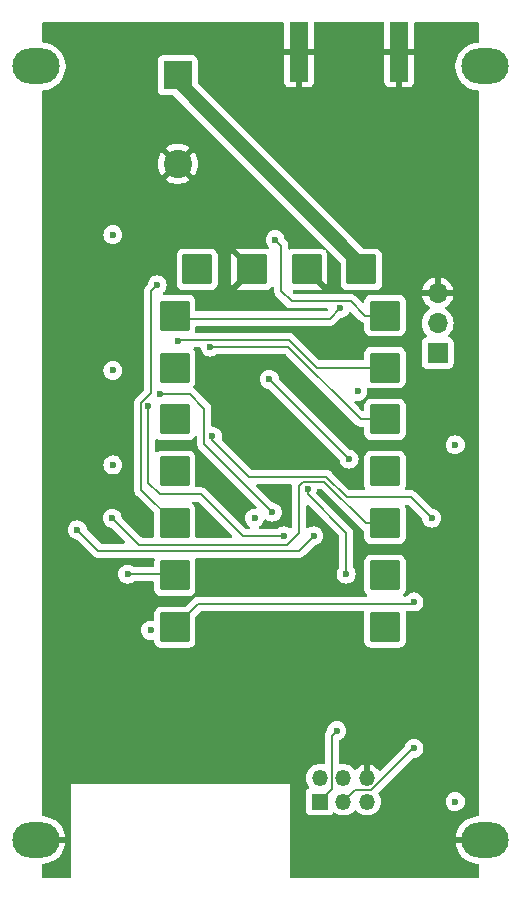
<source format=gbr>
%TF.GenerationSoftware,KiCad,Pcbnew,8.0.7*%
%TF.CreationDate,2025-01-11T16:41:09-06:00*%
%TF.ProjectId,ptSolar,7074536f-6c61-4722-9e6b-696361645f70,rev?*%
%TF.SameCoordinates,Original*%
%TF.FileFunction,Copper,L4,Bot*%
%TF.FilePolarity,Positive*%
%FSLAX46Y46*%
G04 Gerber Fmt 4.6, Leading zero omitted, Abs format (unit mm)*
G04 Created by KiCad (PCBNEW 8.0.7) date 2025-01-11 16:41:09*
%MOMM*%
%LPD*%
G01*
G04 APERTURE LIST*
G04 Aperture macros list*
%AMRoundRect*
0 Rectangle with rounded corners*
0 $1 Rounding radius*
0 $2 $3 $4 $5 $6 $7 $8 $9 X,Y pos of 4 corners*
0 Add a 4 corners polygon primitive as box body*
4,1,4,$2,$3,$4,$5,$6,$7,$8,$9,$2,$3,0*
0 Add four circle primitives for the rounded corners*
1,1,$1+$1,$2,$3*
1,1,$1+$1,$4,$5*
1,1,$1+$1,$6,$7*
1,1,$1+$1,$8,$9*
0 Add four rect primitives between the rounded corners*
20,1,$1+$1,$2,$3,$4,$5,0*
20,1,$1+$1,$4,$5,$6,$7,0*
20,1,$1+$1,$6,$7,$8,$9,0*
20,1,$1+$1,$8,$9,$2,$3,0*%
G04 Aperture macros list end*
%TA.AperFunction,ComponentPad*%
%ADD10O,4.000000X3.000000*%
%TD*%
%TA.AperFunction,SMDPad,CuDef*%
%ADD11R,1.500000X5.080000*%
%TD*%
%TA.AperFunction,ComponentPad*%
%ADD12R,1.350000X1.350000*%
%TD*%
%TA.AperFunction,ComponentPad*%
%ADD13O,1.350000X1.350000*%
%TD*%
%TA.AperFunction,ComponentPad*%
%ADD14R,1.700000X1.700000*%
%TD*%
%TA.AperFunction,ComponentPad*%
%ADD15O,1.700000X1.700000*%
%TD*%
%TA.AperFunction,ComponentPad*%
%ADD16R,2.400000X2.400000*%
%TD*%
%TA.AperFunction,ComponentPad*%
%ADD17C,2.400000*%
%TD*%
%TA.AperFunction,SMDPad,CuDef*%
%ADD18RoundRect,0.125000X-1.125000X-1.125000X1.125000X-1.125000X1.125000X1.125000X-1.125000X1.125000X0*%
%TD*%
%TA.AperFunction,ViaPad*%
%ADD19C,0.600000*%
%TD*%
%TA.AperFunction,Conductor*%
%ADD20C,1.200000*%
%TD*%
%TA.AperFunction,Conductor*%
%ADD21C,0.200000*%
%TD*%
G04 APERTURE END LIST*
D10*
%TO.P,J1,1,V+*%
%TO.N,+BATT*%
X129250000Y-72000000D03*
%TO.P,J1,2,V-*%
%TO.N,GND*%
X129250000Y-137500000D03*
%TD*%
%TO.P,J2,1,V+*%
%TO.N,+BATT*%
X167250000Y-72000000D03*
%TO.P,J2,2,V-*%
%TO.N,GND*%
X167250000Y-137500000D03*
%TD*%
D11*
%TO.P,ANT2,2,Ext*%
%TO.N,GND*%
X151500000Y-70750000D03*
X160000000Y-70750000D03*
%TD*%
D12*
%TO.P,J4,1,Pin_1*%
%TO.N,/MISO*%
X153265000Y-134250000D03*
D13*
%TO.P,J4,2,Pin_2*%
%TO.N,+BATT*%
X153265000Y-132250000D03*
%TO.P,J4,3,Pin_3*%
%TO.N,/SCK*%
X155265000Y-134250000D03*
%TO.P,J4,4,Pin_4*%
%TO.N,/MOSI*%
X155265000Y-132250000D03*
%TO.P,J4,5,Pin_5*%
%TO.N,/RESET*%
X157265000Y-134250000D03*
%TO.P,J4,6,Pin_6*%
%TO.N,GND*%
X157265000Y-132250000D03*
%TD*%
D14*
%TO.P,J3,1,Pin_1*%
%TO.N,Net-(J3-Pin_1)*%
X163250000Y-96275000D03*
D15*
%TO.P,J3,2,Pin_2*%
%TO.N,Net-(J3-Pin_2)*%
X163250000Y-93735000D03*
%TO.P,J3,3,Pin_3*%
%TO.N,GND*%
X163250000Y-91195000D03*
%TD*%
D16*
%TO.P,C1,1*%
%TO.N,+BATT*%
X141250000Y-72750000D03*
D17*
%TO.P,C1,2*%
%TO.N,GND*%
X141250000Y-80250000D03*
%TD*%
D18*
%TO.P,U2,1,Squelch*%
%TO.N,unconnected-(U2-Squelch-Pad1)*%
X158800000Y-119500000D03*
%TO.P,U2,2,NC*%
%TO.N,unconnected-(U2-NC-Pad2)*%
X158800000Y-115100000D03*
%TO.P,U2,3,AF-OUT*%
%TO.N,Net-(U2-AF-OUT)*%
X158800000Y-110700000D03*
%TO.P,U2,4,NC*%
%TO.N,unconnected-(U2-NC-Pad4)*%
X158800000Y-106300000D03*
%TO.P,U2,5,PTT*%
%TO.N,Net-(U2-PTT)*%
X158800000Y-101900000D03*
%TO.P,U2,6,POWER_SAVE*%
%TO.N,Net-(U2-POWER_SAVE)*%
X158800000Y-97500000D03*
%TO.P,U2,7,HIGH/LOW*%
%TO.N,Net-(U2-HIGH{slash}LOW)*%
X158800000Y-93100000D03*
%TO.P,U2,8,VBAT*%
%TO.N,+BATT*%
X156800000Y-89200000D03*
%TO.P,U2,9,GND*%
%TO.N,GND*%
X152166666Y-89200000D03*
%TO.P,U2,10,GND*%
X147533333Y-89200000D03*
%TO.P,U2,11,NC*%
%TO.N,unconnected-(U2-NC-Pad11)*%
X142900000Y-89200000D03*
%TO.P,U2,12,ANTENNA*%
%TO.N,Net-(U2-ANTENNA)*%
X141000000Y-93100000D03*
%TO.P,U2,13,NC*%
%TO.N,unconnected-(U2-NC-Pad13)*%
X141000000Y-97500000D03*
%TO.P,U2,14,NC*%
%TO.N,unconnected-(U2-NC-Pad14)*%
X141000000Y-101900000D03*
%TO.P,U2,15,NC*%
%TO.N,unconnected-(U2-NC-Pad15)*%
X141000000Y-106300000D03*
%TO.P,U2,16,RX_DATA*%
%TO.N,Net-(U2-RX_DATA)*%
X141000000Y-110700000D03*
%TO.P,U2,17,TX_DATA*%
%TO.N,Net-(U2-TX_DATA)*%
X141000000Y-115100000D03*
%TO.P,U2,18,MIC-IN*%
%TO.N,Net-(U2-MIC-IN)*%
X141000000Y-119500000D03*
%TD*%
D19*
%TO.N,GND*%
X144250000Y-110750000D03*
X150250000Y-108750000D03*
X148000000Y-70000000D03*
X144500000Y-116250000D03*
X133500000Y-116000000D03*
X131000000Y-132500000D03*
X151250000Y-78583334D03*
X134750000Y-130250000D03*
X162250000Y-87083332D03*
X149750000Y-126000000D03*
X156000000Y-116500000D03*
X162250000Y-84249999D03*
X156750000Y-126000000D03*
X162250000Y-70000000D03*
X135000000Y-111500000D03*
X134750000Y-127750000D03*
X135750000Y-90250000D03*
X149750000Y-127750000D03*
X161250000Y-138750000D03*
X155000000Y-94500000D03*
X143333332Y-70000000D03*
X146750000Y-99250000D03*
X157500000Y-138750000D03*
X162500000Y-108000000D03*
X134000000Y-70000000D03*
X165000000Y-124000000D03*
X151250000Y-80500000D03*
X165000000Y-121500000D03*
X134750000Y-120750000D03*
X155000000Y-102000000D03*
X134750000Y-123250000D03*
X136750000Y-103750000D03*
X134750000Y-125250000D03*
X151250000Y-86000000D03*
X162250000Y-78583333D03*
X149750000Y-130250000D03*
X162250000Y-75750000D03*
X138666666Y-70000000D03*
X151250000Y-75750001D03*
X153750000Y-138750000D03*
X162250000Y-81416666D03*
X150250000Y-116250000D03*
X144000000Y-106500000D03*
%TO.N,Net-(U2-ANTENNA)*%
X155000000Y-92500000D03*
%TO.N,/RESET*%
X155500000Y-115000000D03*
X152250000Y-107750000D03*
%TO.N,/SCK*%
X161250000Y-129750000D03*
%TO.N,/MISO*%
X154710000Y-128250000D03*
%TO.N,+3.3V*%
X135750000Y-105750000D03*
X164750000Y-134250000D03*
X135750000Y-97750000D03*
X138950000Y-119750000D03*
X147750000Y-110250000D03*
X164750000Y-104050000D03*
X156500000Y-99525000D03*
X135750000Y-86250000D03*
%TO.N,Net-(U2-MIC-IN)*%
X161250000Y-117350000D03*
%TO.N,Net-(U2-HIGH{slash}LOW)*%
X149500000Y-86681090D03*
%TO.N,Net-(U7-PC0)*%
X152750000Y-111750000D03*
X132750000Y-111250000D03*
%TO.N,Net-(U2-POWER_SAVE)*%
X141250000Y-95250000D03*
%TO.N,Net-(U3-A1)*%
X150250000Y-111750000D03*
X138750000Y-100750000D03*
%TO.N,Net-(U2-PTT)*%
X144000000Y-95767959D03*
%TO.N,Net-(U2-TX_DATA)*%
X137000000Y-115000000D03*
%TO.N,Net-(U3-A2)*%
X139750000Y-99750000D03*
X149250000Y-109750000D03*
%TO.N,Net-(U2-RX_DATA)*%
X139500000Y-90500000D03*
%TO.N,/BATT-SENSE*%
X149000000Y-98500000D03*
X155750000Y-105250000D03*
%TO.N,Net-(U7-PD3)*%
X162750000Y-110250000D03*
X144175735Y-103324265D03*
%TO.N,Net-(U2-AF-OUT)*%
X135700000Y-110250000D03*
%TD*%
D20*
%TO.N,+BATT*%
X156800000Y-88800000D02*
X156800000Y-89200000D01*
X141250000Y-73250000D02*
X156800000Y-88800000D01*
X141250000Y-72750000D02*
X141250000Y-73250000D01*
D21*
%TO.N,Net-(U2-ANTENNA)*%
X154150000Y-93350000D02*
X141250000Y-93350000D01*
X155000000Y-92500000D02*
X154150000Y-93350000D01*
X141250000Y-93350000D02*
X141000000Y-93100000D01*
%TO.N,/RESET*%
X152250000Y-108250000D02*
X155500000Y-111500000D01*
X155500000Y-111500000D02*
X155500000Y-115000000D01*
X152250000Y-107750000D02*
X152250000Y-108250000D01*
%TO.N,/SCK*%
X161250000Y-129750000D02*
X161143859Y-129750000D01*
X161143859Y-129750000D02*
X157643859Y-133250000D01*
X157643859Y-133250000D02*
X156265000Y-133250000D01*
X156265000Y-133250000D02*
X155265000Y-134250000D01*
%TO.N,/MISO*%
X154290000Y-133225000D02*
X154290000Y-128670000D01*
X154290000Y-128670000D02*
X154710000Y-128250000D01*
X153265000Y-134250000D02*
X154290000Y-133225000D01*
%TO.N,Net-(U2-MIC-IN)*%
X143000000Y-117500000D02*
X161100000Y-117500000D01*
X141000000Y-119500000D02*
X143000000Y-117500000D01*
X161100000Y-117500000D02*
X161250000Y-117350000D01*
%TO.N,Net-(U2-HIGH{slash}LOW)*%
X155900000Y-91900000D02*
X157100000Y-93100000D01*
X149500000Y-86681090D02*
X150000000Y-87181090D01*
X150900000Y-91900000D02*
X155900000Y-91900000D01*
X150000000Y-87181090D02*
X150000000Y-91000000D01*
X150000000Y-91000000D02*
X150900000Y-91900000D01*
X157100000Y-93100000D02*
X158800000Y-93100000D01*
%TO.N,Net-(U7-PC0)*%
X132750000Y-111250000D02*
X134500000Y-113000000D01*
X151500000Y-113000000D02*
X152750000Y-111750000D01*
X134500000Y-113000000D02*
X151500000Y-113000000D01*
%TO.N,Net-(U2-POWER_SAVE)*%
X150667959Y-95167959D02*
X141332041Y-95167959D01*
X158800000Y-97500000D02*
X153000000Y-97500000D01*
X141332041Y-95167959D02*
X141250000Y-95250000D01*
X153000000Y-97500000D02*
X150667959Y-95167959D01*
%TO.N,Net-(U3-A1)*%
X146750000Y-111750000D02*
X150250000Y-111750000D01*
X139750000Y-108250000D02*
X143250000Y-108250000D01*
X138750000Y-107250000D02*
X139750000Y-108250000D01*
X138750000Y-100750000D02*
X138750000Y-107250000D01*
X143250000Y-108250000D02*
X146750000Y-111750000D01*
%TO.N,Net-(U2-PTT)*%
X150616488Y-95767959D02*
X156748529Y-101900000D01*
X156748529Y-101900000D02*
X158800000Y-101900000D01*
X144000000Y-95767959D02*
X150616488Y-95767959D01*
%TO.N,Net-(U2-TX_DATA)*%
X140900000Y-115000000D02*
X141000000Y-115100000D01*
X137000000Y-115000000D02*
X140900000Y-115000000D01*
%TO.N,Net-(U3-A2)*%
X139750000Y-99750000D02*
X142250000Y-99750000D01*
X143500000Y-101000000D02*
X143500000Y-104000000D01*
X142250000Y-99750000D02*
X143500000Y-101000000D01*
X143500000Y-104000000D02*
X149250000Y-109750000D01*
%TO.N,Net-(U2-RX_DATA)*%
X139000000Y-91000000D02*
X139000000Y-99651471D01*
X139500000Y-90500000D02*
X139000000Y-91000000D01*
X139000000Y-99651471D02*
X138150000Y-100501471D01*
X138150000Y-107850000D02*
X141000000Y-110700000D01*
X138150000Y-100501471D02*
X138150000Y-107850000D01*
%TO.N,/BATT-SENSE*%
X149000000Y-98500000D02*
X155750000Y-105250000D01*
%TO.N,Net-(U7-PD3)*%
X155565686Y-108500000D02*
X153815686Y-106750000D01*
X162750000Y-110250000D02*
X161000000Y-108500000D01*
X147250000Y-106750000D02*
X144175735Y-103675735D01*
X153815686Y-106750000D02*
X147250000Y-106750000D01*
X161000000Y-108500000D02*
X155565686Y-108500000D01*
X144175735Y-103675735D02*
X144175735Y-103324265D01*
%TO.N,Net-(U2-AF-OUT)*%
X137950000Y-112500000D02*
X150500000Y-112500000D01*
X153650000Y-107150000D02*
X157200000Y-110700000D01*
X157200000Y-110700000D02*
X158800000Y-110700000D01*
X135700000Y-110250000D02*
X137950000Y-112500000D01*
X151500000Y-107500000D02*
X151850000Y-107150000D01*
X151850000Y-107150000D02*
X153650000Y-107150000D01*
X158017157Y-110550000D02*
X159250000Y-110550000D01*
X150500000Y-112500000D02*
X151500000Y-111500000D01*
X151500000Y-111500000D02*
X151500000Y-107500000D01*
%TO.N,unconnected-(U2-NC-Pad13)*%
X141250000Y-97150000D02*
X141450000Y-97350000D01*
%TD*%
%TA.AperFunction,Conductor*%
%TO.N,GND*%
G36*
X143016942Y-108870185D02*
G01*
X143037584Y-108886819D01*
X145838584Y-111687819D01*
X145872069Y-111749142D01*
X145867085Y-111818834D01*
X145825213Y-111874767D01*
X145759749Y-111899184D01*
X145750903Y-111899500D01*
X142874500Y-111899500D01*
X142807461Y-111879815D01*
X142761706Y-111827011D01*
X142750500Y-111775500D01*
X142750499Y-109511849D01*
X142750498Y-109511824D01*
X142749864Y-109503763D01*
X142747709Y-109476373D01*
X142703618Y-109324610D01*
X142623170Y-109188580D01*
X142623168Y-109188578D01*
X142623165Y-109188574D01*
X142511424Y-109076833D01*
X142505812Y-109072480D01*
X142464905Y-109015837D01*
X142461115Y-108946070D01*
X142495646Y-108885330D01*
X142557533Y-108852900D01*
X142581812Y-108850500D01*
X142949903Y-108850500D01*
X143016942Y-108870185D01*
G37*
%TD.AperFunction*%
%TA.AperFunction,Conductor*%
G36*
X142853168Y-103300776D02*
G01*
X142893098Y-103358112D01*
X142899500Y-103397439D01*
X142899500Y-103913330D01*
X142899499Y-103913348D01*
X142899499Y-104079054D01*
X142899498Y-104079054D01*
X142940423Y-104231785D01*
X142969358Y-104281900D01*
X142969359Y-104281904D01*
X142969360Y-104281904D01*
X143019479Y-104368714D01*
X143019481Y-104368717D01*
X143138349Y-104487585D01*
X143138355Y-104487590D01*
X147888455Y-109237690D01*
X147921940Y-109299013D01*
X147916956Y-109368705D01*
X147875084Y-109424638D01*
X147809620Y-109449055D01*
X147786891Y-109448591D01*
X147750004Y-109444435D01*
X147749996Y-109444435D01*
X147570750Y-109464630D01*
X147570745Y-109464631D01*
X147400476Y-109524211D01*
X147247737Y-109620184D01*
X147120184Y-109747737D01*
X147024211Y-109900476D01*
X146964631Y-110070745D01*
X146964630Y-110070750D01*
X146944435Y-110249996D01*
X146944435Y-110250003D01*
X146964630Y-110429249D01*
X146964631Y-110429254D01*
X147024211Y-110599523D01*
X147117341Y-110747737D01*
X147120184Y-110752262D01*
X147247738Y-110879816D01*
X147312496Y-110920506D01*
X147358787Y-110972841D01*
X147369435Y-111041894D01*
X147341060Y-111105743D01*
X147282670Y-111144115D01*
X147246524Y-111149500D01*
X147050097Y-111149500D01*
X146983058Y-111129815D01*
X146962416Y-111113181D01*
X143737590Y-107888355D01*
X143737588Y-107888352D01*
X143618717Y-107769481D01*
X143618716Y-107769480D01*
X143514960Y-107709577D01*
X143514959Y-107709576D01*
X143481783Y-107690422D01*
X143425663Y-107675385D01*
X143329057Y-107649499D01*
X143170943Y-107649499D01*
X143163347Y-107649499D01*
X143163331Y-107649500D01*
X142871945Y-107649500D01*
X142804906Y-107629815D01*
X142759151Y-107577011D01*
X142748327Y-107515771D01*
X142750500Y-107488163D01*
X142750499Y-105111838D01*
X142747709Y-105076373D01*
X142703618Y-104924610D01*
X142623170Y-104788580D01*
X142623168Y-104788578D01*
X142623165Y-104788574D01*
X142511425Y-104676834D01*
X142511416Y-104676827D01*
X142375390Y-104596382D01*
X142375385Y-104596380D01*
X142223633Y-104552292D01*
X142223620Y-104552290D01*
X142188163Y-104549500D01*
X139811849Y-104549500D01*
X139811824Y-104549501D01*
X139776372Y-104552291D01*
X139624614Y-104596380D01*
X139624609Y-104596382D01*
X139537621Y-104647827D01*
X139469897Y-104665010D01*
X139403634Y-104642850D01*
X139359871Y-104588384D01*
X139350500Y-104541095D01*
X139350500Y-103658904D01*
X139370185Y-103591865D01*
X139422989Y-103546110D01*
X139492147Y-103536166D01*
X139537616Y-103552169D01*
X139624610Y-103603618D01*
X139776373Y-103647709D01*
X139811837Y-103650500D01*
X142188162Y-103650499D01*
X142223627Y-103647709D01*
X142375390Y-103603618D01*
X142511420Y-103523170D01*
X142623170Y-103411420D01*
X142668768Y-103334317D01*
X142719837Y-103286635D01*
X142788579Y-103274131D01*
X142853168Y-103300776D01*
G37*
%TD.AperFunction*%
%TA.AperFunction,Conductor*%
G36*
X150842538Y-107370185D02*
G01*
X150888293Y-107422989D01*
X150899499Y-107474500D01*
X150899499Y-107589046D01*
X150899500Y-107589059D01*
X150899500Y-110988338D01*
X150879815Y-111055377D01*
X150827011Y-111101132D01*
X150757853Y-111111076D01*
X150709528Y-111093332D01*
X150599523Y-111024211D01*
X150429254Y-110964631D01*
X150429249Y-110964630D01*
X150250004Y-110944435D01*
X150249996Y-110944435D01*
X150070750Y-110964630D01*
X150070745Y-110964631D01*
X149900476Y-111024211D01*
X149747736Y-111120185D01*
X149744903Y-111122445D01*
X149742724Y-111123334D01*
X149741842Y-111123889D01*
X149741744Y-111123734D01*
X149680217Y-111148855D01*
X149667588Y-111149500D01*
X148253476Y-111149500D01*
X148186437Y-111129815D01*
X148140682Y-111077011D01*
X148130738Y-111007853D01*
X148159763Y-110944297D01*
X148187504Y-110920506D01*
X148252262Y-110879816D01*
X148379816Y-110752262D01*
X148475789Y-110599522D01*
X148535368Y-110429255D01*
X148535368Y-110429254D01*
X148537668Y-110422682D01*
X148540370Y-110423627D01*
X148568176Y-110373882D01*
X148629827Y-110341005D01*
X148699466Y-110346678D01*
X148742667Y-110374745D01*
X148747738Y-110379816D01*
X148815959Y-110422682D01*
X148882721Y-110464632D01*
X148900478Y-110475789D01*
X149038860Y-110524211D01*
X149070745Y-110535368D01*
X149070750Y-110535369D01*
X149249996Y-110555565D01*
X149250000Y-110555565D01*
X149250004Y-110555565D01*
X149429249Y-110535369D01*
X149429252Y-110535368D01*
X149429255Y-110535368D01*
X149599522Y-110475789D01*
X149752262Y-110379816D01*
X149879816Y-110252262D01*
X149975789Y-110099522D01*
X150035368Y-109929255D01*
X150035369Y-109929249D01*
X150055565Y-109750003D01*
X150055565Y-109749996D01*
X150035369Y-109570750D01*
X150035368Y-109570745D01*
X150014759Y-109511849D01*
X149975789Y-109400478D01*
X149879816Y-109247738D01*
X149752262Y-109120184D01*
X149720935Y-109100500D01*
X149599521Y-109024210D01*
X149429249Y-108964630D01*
X149342330Y-108954837D01*
X149277916Y-108927770D01*
X149268533Y-108919298D01*
X147911416Y-107562181D01*
X147877931Y-107500858D01*
X147882915Y-107431166D01*
X147924787Y-107375233D01*
X147990251Y-107350816D01*
X147999097Y-107350500D01*
X150775499Y-107350500D01*
X150842538Y-107370185D01*
G37*
%TD.AperFunction*%
%TA.AperFunction,Conductor*%
G36*
X150193039Y-68270185D02*
G01*
X150238794Y-68322989D01*
X150250000Y-68374500D01*
X150250000Y-70500000D01*
X152750000Y-70500000D01*
X152750000Y-68374500D01*
X152769685Y-68307461D01*
X152822489Y-68261706D01*
X152874000Y-68250500D01*
X158626000Y-68250500D01*
X158693039Y-68270185D01*
X158738794Y-68322989D01*
X158750000Y-68374500D01*
X158750000Y-70500000D01*
X161250000Y-70500000D01*
X161250000Y-68374500D01*
X161269685Y-68307461D01*
X161322489Y-68261706D01*
X161374000Y-68250500D01*
X166625500Y-68250500D01*
X166692539Y-68270185D01*
X166738294Y-68322989D01*
X166749500Y-68374500D01*
X166749500Y-69875500D01*
X166729815Y-69942539D01*
X166677011Y-69988294D01*
X166625500Y-69999500D01*
X166618872Y-69999500D01*
X166387772Y-70029926D01*
X166358884Y-70033730D01*
X166105581Y-70101602D01*
X166105571Y-70101605D01*
X165863309Y-70201953D01*
X165863299Y-70201958D01*
X165636196Y-70333075D01*
X165428148Y-70492718D01*
X165242718Y-70678148D01*
X165083075Y-70886196D01*
X164951958Y-71113299D01*
X164951953Y-71113309D01*
X164851605Y-71355571D01*
X164851602Y-71355581D01*
X164812337Y-71502123D01*
X164783730Y-71608885D01*
X164749500Y-71868872D01*
X164749500Y-72131127D01*
X164776123Y-72333339D01*
X164783730Y-72391116D01*
X164851602Y-72644418D01*
X164851605Y-72644428D01*
X164951953Y-72886690D01*
X164951958Y-72886700D01*
X165083075Y-73113803D01*
X165242718Y-73321851D01*
X165242726Y-73321860D01*
X165428140Y-73507274D01*
X165428148Y-73507281D01*
X165636196Y-73666924D01*
X165863299Y-73798041D01*
X165863309Y-73798046D01*
X166105571Y-73898394D01*
X166105581Y-73898398D01*
X166358884Y-73966270D01*
X166618880Y-74000500D01*
X166625500Y-74000500D01*
X166692539Y-74020185D01*
X166738294Y-74072989D01*
X166749500Y-74124500D01*
X166749500Y-135376000D01*
X166729815Y-135443039D01*
X166677011Y-135488794D01*
X166625500Y-135500000D01*
X166618905Y-135500000D01*
X166358990Y-135534220D01*
X166358979Y-135534222D01*
X166105744Y-135602075D01*
X165863528Y-135702404D01*
X165863517Y-135702409D01*
X165636471Y-135833496D01*
X165428480Y-135993092D01*
X165428473Y-135993098D01*
X165243098Y-136178473D01*
X165243092Y-136178480D01*
X165083496Y-136386471D01*
X164952409Y-136613517D01*
X164952404Y-136613528D01*
X164852075Y-136855744D01*
X164784221Y-137108983D01*
X164765654Y-137249999D01*
X164765655Y-137250000D01*
X166024015Y-137250000D01*
X166000000Y-137401623D01*
X166000000Y-137598377D01*
X166024015Y-137750000D01*
X164765655Y-137750000D01*
X164784221Y-137891016D01*
X164852075Y-138144255D01*
X164952404Y-138386471D01*
X164952409Y-138386482D01*
X165083496Y-138613528D01*
X165243092Y-138821519D01*
X165243098Y-138821526D01*
X165428473Y-139006901D01*
X165428480Y-139006907D01*
X165636471Y-139166503D01*
X165863517Y-139297590D01*
X165863528Y-139297595D01*
X166105744Y-139397924D01*
X166358979Y-139465777D01*
X166358990Y-139465779D01*
X166618905Y-139499999D01*
X166618920Y-139500000D01*
X166625500Y-139500000D01*
X166692539Y-139519685D01*
X166738294Y-139572489D01*
X166749500Y-139624000D01*
X166749500Y-140625500D01*
X166729815Y-140692539D01*
X166677011Y-140738294D01*
X166625500Y-140749500D01*
X150874000Y-140749500D01*
X150806961Y-140729815D01*
X150761206Y-140677011D01*
X150750000Y-140625500D01*
X150750000Y-132750000D01*
X132250000Y-132750000D01*
X132250000Y-140625500D01*
X132230315Y-140692539D01*
X132177511Y-140738294D01*
X132126000Y-140749500D01*
X129874500Y-140749500D01*
X129807461Y-140729815D01*
X129761706Y-140677011D01*
X129750500Y-140625500D01*
X129750500Y-139624000D01*
X129770185Y-139556961D01*
X129822989Y-139511206D01*
X129874500Y-139500000D01*
X129881080Y-139500000D01*
X129881094Y-139499999D01*
X130141009Y-139465779D01*
X130141020Y-139465777D01*
X130394255Y-139397924D01*
X130636471Y-139297595D01*
X130636482Y-139297590D01*
X130863528Y-139166503D01*
X131071519Y-139006907D01*
X131071526Y-139006901D01*
X131256901Y-138821526D01*
X131256907Y-138821519D01*
X131416503Y-138613528D01*
X131547590Y-138386482D01*
X131547595Y-138386471D01*
X131647924Y-138144255D01*
X131715778Y-137891016D01*
X131734345Y-137750000D01*
X130475985Y-137750000D01*
X130500000Y-137598377D01*
X130500000Y-137401623D01*
X130475985Y-137250000D01*
X131734345Y-137250000D01*
X131734345Y-137249999D01*
X131715778Y-137108983D01*
X131647924Y-136855744D01*
X131547595Y-136613528D01*
X131547590Y-136613517D01*
X131416503Y-136386471D01*
X131256907Y-136178480D01*
X131256901Y-136178473D01*
X131071526Y-135993098D01*
X131071519Y-135993092D01*
X130863528Y-135833496D01*
X130636482Y-135702409D01*
X130636471Y-135702404D01*
X130394255Y-135602075D01*
X130141020Y-135534222D01*
X130141009Y-135534220D01*
X129881094Y-135500000D01*
X129874500Y-135500000D01*
X129807461Y-135480315D01*
X129761706Y-135427511D01*
X129750500Y-135376000D01*
X129750500Y-132249999D01*
X152084464Y-132249999D01*
X152084464Y-132250000D01*
X152104564Y-132466918D01*
X152164184Y-132676462D01*
X152261288Y-132871472D01*
X152342747Y-132979341D01*
X152367439Y-133044702D01*
X152352874Y-133113037D01*
X152318105Y-133153334D01*
X152232452Y-133217455D01*
X152146206Y-133332664D01*
X152146202Y-133332671D01*
X152095908Y-133467517D01*
X152089501Y-133527116D01*
X152089500Y-133527135D01*
X152089500Y-134972870D01*
X152089501Y-134972876D01*
X152095908Y-135032483D01*
X152146202Y-135167328D01*
X152146206Y-135167335D01*
X152232452Y-135282544D01*
X152232455Y-135282547D01*
X152347664Y-135368793D01*
X152347671Y-135368797D01*
X152482517Y-135419091D01*
X152482516Y-135419091D01*
X152489444Y-135419835D01*
X152542127Y-135425500D01*
X153987872Y-135425499D01*
X154047483Y-135419091D01*
X154182331Y-135368796D01*
X154297546Y-135282546D01*
X154359785Y-135199404D01*
X154415718Y-135157535D01*
X154485410Y-135152551D01*
X154542588Y-135182078D01*
X154553568Y-135192088D01*
X154553570Y-135192089D01*
X154553571Y-135192090D01*
X154738786Y-135306770D01*
X154738792Y-135306773D01*
X154761664Y-135315633D01*
X154941931Y-135385470D01*
X155156074Y-135425500D01*
X155156076Y-135425500D01*
X155373924Y-135425500D01*
X155373926Y-135425500D01*
X155588069Y-135385470D01*
X155791210Y-135306772D01*
X155976432Y-135192088D01*
X156137427Y-135045322D01*
X156166047Y-135007422D01*
X156222153Y-134965787D01*
X156291865Y-134961094D01*
X156353048Y-134994836D01*
X156363946Y-135007414D01*
X156392573Y-135045322D01*
X156553568Y-135192088D01*
X156553575Y-135192092D01*
X156553576Y-135192093D01*
X156738786Y-135306770D01*
X156738792Y-135306773D01*
X156761664Y-135315633D01*
X156941931Y-135385470D01*
X157156074Y-135425500D01*
X157156076Y-135425500D01*
X157373924Y-135425500D01*
X157373926Y-135425500D01*
X157588069Y-135385470D01*
X157791210Y-135306772D01*
X157976432Y-135192088D01*
X158137427Y-135045322D01*
X158268712Y-134871472D01*
X158365817Y-134676459D01*
X158425435Y-134466923D01*
X158445536Y-134250000D01*
X158445536Y-134249996D01*
X163944435Y-134249996D01*
X163944435Y-134250003D01*
X163964630Y-134429249D01*
X163964631Y-134429254D01*
X164024211Y-134599523D01*
X164120184Y-134752262D01*
X164247738Y-134879816D01*
X164338080Y-134936582D01*
X164395835Y-134972872D01*
X164400478Y-134975789D01*
X164490886Y-135007424D01*
X164570745Y-135035368D01*
X164570750Y-135035369D01*
X164749996Y-135055565D01*
X164750000Y-135055565D01*
X164750004Y-135055565D01*
X164929249Y-135035369D01*
X164929252Y-135035368D01*
X164929255Y-135035368D01*
X165099522Y-134975789D01*
X165252262Y-134879816D01*
X165379816Y-134752262D01*
X165475789Y-134599522D01*
X165535368Y-134429255D01*
X165555565Y-134250000D01*
X165535368Y-134070745D01*
X165475789Y-133900478D01*
X165379816Y-133747738D01*
X165252262Y-133620184D01*
X165099523Y-133524211D01*
X164929254Y-133464631D01*
X164929249Y-133464630D01*
X164750004Y-133444435D01*
X164749996Y-133444435D01*
X164570750Y-133464630D01*
X164570745Y-133464631D01*
X164400476Y-133524211D01*
X164247737Y-133620184D01*
X164120184Y-133747737D01*
X164024211Y-133900476D01*
X163964631Y-134070745D01*
X163964630Y-134070750D01*
X163944435Y-134249996D01*
X158445536Y-134249996D01*
X158425435Y-134033077D01*
X158365817Y-133823541D01*
X158268712Y-133628528D01*
X158268711Y-133628527D01*
X158268711Y-133628526D01*
X158267412Y-133626806D01*
X158267045Y-133625835D01*
X158265693Y-133623651D01*
X158266120Y-133623386D01*
X158242724Y-133561443D01*
X158257292Y-133493109D01*
X158278686Y-133464406D01*
X161151630Y-130591462D01*
X161212951Y-130557979D01*
X161243036Y-130556443D01*
X161243036Y-130555565D01*
X161250004Y-130555565D01*
X161429249Y-130535369D01*
X161429252Y-130535368D01*
X161429255Y-130535368D01*
X161599522Y-130475789D01*
X161752262Y-130379816D01*
X161879816Y-130252262D01*
X161975789Y-130099522D01*
X162035368Y-129929255D01*
X162055565Y-129750000D01*
X162039225Y-129604981D01*
X162035369Y-129570750D01*
X162035368Y-129570745D01*
X162030998Y-129558255D01*
X161975789Y-129400478D01*
X161879816Y-129247738D01*
X161752262Y-129120184D01*
X161649917Y-129055876D01*
X161599523Y-129024211D01*
X161429254Y-128964631D01*
X161429249Y-128964630D01*
X161250004Y-128944435D01*
X161249996Y-128944435D01*
X161070750Y-128964630D01*
X161070745Y-128964631D01*
X160900476Y-129024211D01*
X160747737Y-129120184D01*
X160620184Y-129247737D01*
X160524209Y-129400480D01*
X160469001Y-129558255D01*
X160439641Y-129604981D01*
X158432527Y-131612094D01*
X158371204Y-131645579D01*
X158301512Y-131640595D01*
X158245891Y-131599139D01*
X158137053Y-131455013D01*
X157976131Y-131308314D01*
X157790987Y-131193677D01*
X157790985Y-131193676D01*
X157587931Y-131115013D01*
X157587921Y-131115010D01*
X157515001Y-131101378D01*
X157515000Y-131101379D01*
X157515000Y-131934314D01*
X157510606Y-131929920D01*
X157419394Y-131877259D01*
X157317661Y-131850000D01*
X157212339Y-131850000D01*
X157110606Y-131877259D01*
X157019394Y-131929920D01*
X157015000Y-131934314D01*
X157015000Y-131101379D01*
X157014998Y-131101378D01*
X156942078Y-131115010D01*
X156942068Y-131115013D01*
X156739014Y-131193676D01*
X156739012Y-131193677D01*
X156553869Y-131308314D01*
X156553868Y-131308314D01*
X156392945Y-131455014D01*
X156364267Y-131492990D01*
X156308157Y-131534626D01*
X156238445Y-131539317D01*
X156177264Y-131505575D01*
X156166359Y-131492990D01*
X156157547Y-131481321D01*
X156137427Y-131454678D01*
X155976432Y-131307912D01*
X155976428Y-131307909D01*
X155976423Y-131307906D01*
X155791213Y-131193229D01*
X155791207Y-131193226D01*
X155706113Y-131160260D01*
X155588069Y-131114530D01*
X155373926Y-131074500D01*
X155156074Y-131074500D01*
X155126057Y-131080110D01*
X155037284Y-131096705D01*
X154967769Y-131089673D01*
X154913091Y-131046176D01*
X154890609Y-130980022D01*
X154890500Y-130974816D01*
X154890500Y-129122915D01*
X154910185Y-129055876D01*
X154962989Y-129010121D01*
X154973546Y-129005873D01*
X155059522Y-128975789D01*
X155212262Y-128879816D01*
X155339816Y-128752262D01*
X155435789Y-128599522D01*
X155495368Y-128429255D01*
X155495369Y-128429249D01*
X155515565Y-128250003D01*
X155515565Y-128249996D01*
X155495369Y-128070750D01*
X155495368Y-128070745D01*
X155435788Y-127900476D01*
X155339815Y-127747737D01*
X155212262Y-127620184D01*
X155059523Y-127524211D01*
X154889254Y-127464631D01*
X154889249Y-127464630D01*
X154710004Y-127444435D01*
X154709996Y-127444435D01*
X154530750Y-127464630D01*
X154530745Y-127464631D01*
X154360476Y-127524211D01*
X154207737Y-127620184D01*
X154080184Y-127747737D01*
X153984210Y-127900478D01*
X153924630Y-128070750D01*
X153914837Y-128157666D01*
X153887770Y-128222080D01*
X153879299Y-128231462D01*
X153809481Y-128301281D01*
X153759361Y-128388094D01*
X153759359Y-128388096D01*
X153730425Y-128438209D01*
X153730424Y-128438210D01*
X153730423Y-128438215D01*
X153689499Y-128590943D01*
X153689499Y-128590945D01*
X153689499Y-128759046D01*
X153689500Y-128759059D01*
X153689500Y-130984163D01*
X153669815Y-131051202D01*
X153617011Y-131096957D01*
X153547853Y-131106901D01*
X153542715Y-131106052D01*
X153373926Y-131074500D01*
X153156074Y-131074500D01*
X152941931Y-131114530D01*
X152893130Y-131133435D01*
X152738792Y-131193226D01*
X152738786Y-131193229D01*
X152553576Y-131307906D01*
X152553566Y-131307913D01*
X152392574Y-131454676D01*
X152261288Y-131628527D01*
X152164184Y-131823537D01*
X152104564Y-132033081D01*
X152084464Y-132249999D01*
X129750500Y-132249999D01*
X129750500Y-119749996D01*
X138144435Y-119749996D01*
X138144435Y-119750003D01*
X138164630Y-119929249D01*
X138164631Y-119929254D01*
X138224211Y-120099523D01*
X138320184Y-120252262D01*
X138447738Y-120379816D01*
X138600478Y-120475789D01*
X138650499Y-120493292D01*
X138770745Y-120535368D01*
X138770750Y-120535369D01*
X138949996Y-120555565D01*
X138950000Y-120555565D01*
X138950002Y-120555565D01*
X139006478Y-120549201D01*
X139111617Y-120537355D01*
X139180438Y-120549409D01*
X139231817Y-120596758D01*
X139249500Y-120660571D01*
X139249500Y-120688149D01*
X139249501Y-120688176D01*
X139252291Y-120723627D01*
X139296380Y-120875385D01*
X139296382Y-120875390D01*
X139376827Y-121011416D01*
X139376834Y-121011425D01*
X139488574Y-121123165D01*
X139488578Y-121123168D01*
X139488580Y-121123170D01*
X139624610Y-121203618D01*
X139776373Y-121247709D01*
X139811837Y-121250500D01*
X142188162Y-121250499D01*
X142223627Y-121247709D01*
X142375390Y-121203618D01*
X142511420Y-121123170D01*
X142623170Y-121011420D01*
X142703618Y-120875390D01*
X142747709Y-120723627D01*
X142750500Y-120688163D01*
X142750499Y-118650096D01*
X142770184Y-118583058D01*
X142786818Y-118562416D01*
X143212416Y-118136819D01*
X143273739Y-118103334D01*
X143300097Y-118100500D01*
X156938234Y-118100500D01*
X157005273Y-118120185D01*
X157051028Y-118172989D01*
X157060972Y-118242147D01*
X157057311Y-118259092D01*
X157052292Y-118276366D01*
X157052290Y-118276379D01*
X157049500Y-118311829D01*
X157049500Y-120688150D01*
X157049501Y-120688175D01*
X157052291Y-120723627D01*
X157096380Y-120875385D01*
X157096382Y-120875390D01*
X157176827Y-121011416D01*
X157176834Y-121011425D01*
X157288574Y-121123165D01*
X157288578Y-121123168D01*
X157288580Y-121123170D01*
X157424610Y-121203618D01*
X157576373Y-121247709D01*
X157611837Y-121250500D01*
X159988162Y-121250499D01*
X160023627Y-121247709D01*
X160175390Y-121203618D01*
X160311420Y-121123170D01*
X160423170Y-121011420D01*
X160503618Y-120875390D01*
X160547709Y-120723627D01*
X160550500Y-120688163D01*
X160550499Y-118311838D01*
X160547709Y-118276373D01*
X160544922Y-118266780D01*
X160542689Y-118259092D01*
X160542890Y-118189223D01*
X160580833Y-118130554D01*
X160644472Y-118101712D01*
X160661766Y-118100500D01*
X160950028Y-118100500D01*
X160990982Y-118107457D01*
X161039998Y-118124609D01*
X161070745Y-118135368D01*
X161070750Y-118135369D01*
X161249996Y-118155565D01*
X161250000Y-118155565D01*
X161250004Y-118155565D01*
X161429249Y-118135369D01*
X161429252Y-118135368D01*
X161429255Y-118135368D01*
X161599522Y-118075789D01*
X161752262Y-117979816D01*
X161879816Y-117852262D01*
X161975789Y-117699522D01*
X162035368Y-117529255D01*
X162055565Y-117350000D01*
X162035368Y-117170745D01*
X161975789Y-117000478D01*
X161879816Y-116847738D01*
X161752262Y-116720184D01*
X161711063Y-116694297D01*
X161599523Y-116624211D01*
X161429254Y-116564631D01*
X161429249Y-116564630D01*
X161250004Y-116544435D01*
X161249996Y-116544435D01*
X161070750Y-116564630D01*
X161070745Y-116564631D01*
X160900476Y-116624211D01*
X160747737Y-116720184D01*
X160620183Y-116847738D01*
X160616135Y-116852815D01*
X160558946Y-116892954D01*
X160519190Y-116899500D01*
X160434453Y-116899500D01*
X160367414Y-116879815D01*
X160321659Y-116827011D01*
X160311715Y-116757853D01*
X160340740Y-116694297D01*
X160346772Y-116687819D01*
X160423165Y-116611425D01*
X160423170Y-116611420D01*
X160503618Y-116475390D01*
X160547709Y-116323627D01*
X160550500Y-116288163D01*
X160550499Y-113911838D01*
X160547709Y-113876373D01*
X160503618Y-113724610D01*
X160430220Y-113600501D01*
X160423172Y-113588583D01*
X160423165Y-113588574D01*
X160311425Y-113476834D01*
X160311416Y-113476827D01*
X160175390Y-113396382D01*
X160175385Y-113396380D01*
X160023633Y-113352292D01*
X160023620Y-113352290D01*
X159988163Y-113349500D01*
X157611849Y-113349500D01*
X157611824Y-113349501D01*
X157576372Y-113352291D01*
X157424614Y-113396380D01*
X157424609Y-113396382D01*
X157288583Y-113476827D01*
X157288574Y-113476834D01*
X157176834Y-113588574D01*
X157176827Y-113588583D01*
X157096382Y-113724609D01*
X157096380Y-113724614D01*
X157052292Y-113876366D01*
X157052290Y-113876379D01*
X157049500Y-113911829D01*
X157049500Y-116288150D01*
X157049501Y-116288175D01*
X157052291Y-116323627D01*
X157096380Y-116475385D01*
X157096382Y-116475390D01*
X157176827Y-116611416D01*
X157176834Y-116611425D01*
X157253228Y-116687819D01*
X157286713Y-116749142D01*
X157281729Y-116818834D01*
X157239857Y-116874767D01*
X157174393Y-116899184D01*
X157165547Y-116899500D01*
X143079057Y-116899500D01*
X142920943Y-116899500D01*
X142768215Y-116940423D01*
X142768214Y-116940423D01*
X142768212Y-116940424D01*
X142768209Y-116940425D01*
X142718096Y-116969359D01*
X142718095Y-116969360D01*
X142674689Y-116994420D01*
X142631285Y-117019479D01*
X142631282Y-117019481D01*
X142519478Y-117131286D01*
X141937582Y-117713181D01*
X141876259Y-117746666D01*
X141849901Y-117749500D01*
X139811849Y-117749500D01*
X139811824Y-117749501D01*
X139776372Y-117752291D01*
X139624614Y-117796380D01*
X139624609Y-117796382D01*
X139488583Y-117876827D01*
X139488574Y-117876834D01*
X139376834Y-117988574D01*
X139376827Y-117988583D01*
X139296382Y-118124609D01*
X139296380Y-118124614D01*
X139252292Y-118276366D01*
X139252290Y-118276379D01*
X139249500Y-118311829D01*
X139249500Y-118839424D01*
X139229815Y-118906463D01*
X139177011Y-118952218D01*
X139111617Y-118962644D01*
X138950004Y-118944435D01*
X138949996Y-118944435D01*
X138770750Y-118964630D01*
X138770745Y-118964631D01*
X138600476Y-119024211D01*
X138447737Y-119120184D01*
X138320184Y-119247737D01*
X138224211Y-119400476D01*
X138164631Y-119570745D01*
X138164630Y-119570750D01*
X138144435Y-119749996D01*
X129750500Y-119749996D01*
X129750500Y-111249996D01*
X131944435Y-111249996D01*
X131944435Y-111250003D01*
X131964630Y-111429249D01*
X131964631Y-111429254D01*
X132024211Y-111599523D01*
X132095147Y-111712416D01*
X132120184Y-111752262D01*
X132247738Y-111879816D01*
X132400478Y-111975789D01*
X132570745Y-112035368D01*
X132657669Y-112045161D01*
X132722080Y-112072226D01*
X132731464Y-112080699D01*
X134131284Y-113480520D01*
X134131286Y-113480521D01*
X134131290Y-113480524D01*
X134268209Y-113559573D01*
X134268216Y-113559577D01*
X134420943Y-113600501D01*
X134420945Y-113600501D01*
X134586654Y-113600501D01*
X134586670Y-113600500D01*
X139167287Y-113600500D01*
X139234326Y-113620185D01*
X139280081Y-113672989D01*
X139290025Y-113742147D01*
X139286363Y-113759095D01*
X139252292Y-113876366D01*
X139252290Y-113876379D01*
X139249500Y-113911829D01*
X139249500Y-114275500D01*
X139229815Y-114342539D01*
X139177011Y-114388294D01*
X139125500Y-114399500D01*
X137582412Y-114399500D01*
X137515373Y-114379815D01*
X137505097Y-114372445D01*
X137502263Y-114370185D01*
X137502262Y-114370184D01*
X137445496Y-114334515D01*
X137349523Y-114274211D01*
X137179254Y-114214631D01*
X137179249Y-114214630D01*
X137000004Y-114194435D01*
X136999996Y-114194435D01*
X136820750Y-114214630D01*
X136820745Y-114214631D01*
X136650476Y-114274211D01*
X136497737Y-114370184D01*
X136370184Y-114497737D01*
X136274211Y-114650476D01*
X136214631Y-114820745D01*
X136214630Y-114820750D01*
X136194435Y-114999996D01*
X136194435Y-115000003D01*
X136214630Y-115179249D01*
X136214631Y-115179254D01*
X136274211Y-115349523D01*
X136370184Y-115502262D01*
X136497738Y-115629816D01*
X136588080Y-115686582D01*
X136648426Y-115724500D01*
X136650478Y-115725789D01*
X136820745Y-115785368D01*
X136820750Y-115785369D01*
X136999996Y-115805565D01*
X137000000Y-115805565D01*
X137000004Y-115805565D01*
X137179249Y-115785369D01*
X137179252Y-115785368D01*
X137179255Y-115785368D01*
X137349522Y-115725789D01*
X137502262Y-115629816D01*
X137502267Y-115629810D01*
X137505097Y-115627555D01*
X137507275Y-115626665D01*
X137508158Y-115626111D01*
X137508255Y-115626265D01*
X137569783Y-115601145D01*
X137582412Y-115600500D01*
X139125501Y-115600500D01*
X139192540Y-115620185D01*
X139238295Y-115672989D01*
X139249501Y-115724500D01*
X139249501Y-116288175D01*
X139252291Y-116323627D01*
X139296380Y-116475385D01*
X139296382Y-116475390D01*
X139376827Y-116611416D01*
X139376834Y-116611425D01*
X139488574Y-116723165D01*
X139488578Y-116723168D01*
X139488580Y-116723170D01*
X139624610Y-116803618D01*
X139776373Y-116847709D01*
X139811837Y-116850500D01*
X142188162Y-116850499D01*
X142223627Y-116847709D01*
X142375390Y-116803618D01*
X142511420Y-116723170D01*
X142623170Y-116611420D01*
X142703618Y-116475390D01*
X142747709Y-116323627D01*
X142750500Y-116288163D01*
X142750499Y-113911838D01*
X142747709Y-113876373D01*
X142713637Y-113759095D01*
X142713836Y-113689225D01*
X142751778Y-113630555D01*
X142815417Y-113601712D01*
X142832713Y-113600500D01*
X151413331Y-113600500D01*
X151413347Y-113600501D01*
X151420943Y-113600501D01*
X151579054Y-113600501D01*
X151579057Y-113600501D01*
X151731785Y-113559577D01*
X151781904Y-113530639D01*
X151868716Y-113480520D01*
X151980520Y-113368716D01*
X151980520Y-113368714D01*
X151990728Y-113358507D01*
X151990730Y-113358504D01*
X152768535Y-112580698D01*
X152829856Y-112547215D01*
X152842311Y-112545163D01*
X152929255Y-112535368D01*
X153099522Y-112475789D01*
X153252262Y-112379816D01*
X153379816Y-112252262D01*
X153475789Y-112099522D01*
X153535368Y-111929255D01*
X153535369Y-111929249D01*
X153555565Y-111750003D01*
X153555565Y-111749996D01*
X153535369Y-111570750D01*
X153535368Y-111570745D01*
X153475789Y-111400478D01*
X153379816Y-111247738D01*
X153252262Y-111120184D01*
X153221941Y-111101132D01*
X153099523Y-111024211D01*
X152929254Y-110964631D01*
X152929249Y-110964630D01*
X152750004Y-110944435D01*
X152749996Y-110944435D01*
X152570750Y-110964630D01*
X152570745Y-110964631D01*
X152400476Y-111024211D01*
X152290472Y-111093332D01*
X152223235Y-111112332D01*
X152156400Y-111091964D01*
X152111186Y-111038696D01*
X152100500Y-110988338D01*
X152100500Y-109249097D01*
X152120185Y-109182058D01*
X152172989Y-109136303D01*
X152242147Y-109126359D01*
X152305703Y-109155384D01*
X152312181Y-109161416D01*
X154863181Y-111712416D01*
X154896666Y-111773739D01*
X154899500Y-111800097D01*
X154899500Y-114417587D01*
X154879815Y-114484626D01*
X154872450Y-114494896D01*
X154870186Y-114497734D01*
X154774211Y-114650476D01*
X154714631Y-114820745D01*
X154714630Y-114820750D01*
X154694435Y-114999996D01*
X154694435Y-115000003D01*
X154714630Y-115179249D01*
X154714631Y-115179254D01*
X154774211Y-115349523D01*
X154870184Y-115502262D01*
X154997738Y-115629816D01*
X155088080Y-115686582D01*
X155148426Y-115724500D01*
X155150478Y-115725789D01*
X155320745Y-115785368D01*
X155320750Y-115785369D01*
X155499996Y-115805565D01*
X155500000Y-115805565D01*
X155500004Y-115805565D01*
X155679249Y-115785369D01*
X155679252Y-115785368D01*
X155679255Y-115785368D01*
X155849522Y-115725789D01*
X156002262Y-115629816D01*
X156129816Y-115502262D01*
X156225789Y-115349522D01*
X156285368Y-115179255D01*
X156305565Y-115000000D01*
X156285368Y-114820745D01*
X156225789Y-114650478D01*
X156129816Y-114497738D01*
X156129814Y-114497736D01*
X156129813Y-114497734D01*
X156127550Y-114494896D01*
X156126659Y-114492715D01*
X156126111Y-114491842D01*
X156126264Y-114491745D01*
X156101144Y-114430209D01*
X156100500Y-114417587D01*
X156100500Y-111420945D01*
X156100500Y-111420943D01*
X156068228Y-111300501D01*
X156059577Y-111268215D01*
X156049060Y-111250000D01*
X156026380Y-111210717D01*
X156026380Y-111210716D01*
X155980522Y-111131287D01*
X155980521Y-111131286D01*
X155980520Y-111131284D01*
X155868716Y-111019480D01*
X155868715Y-111019479D01*
X155864385Y-111015149D01*
X155864374Y-111015139D01*
X153023875Y-108174640D01*
X152990390Y-108113317D01*
X152994514Y-108046006D01*
X153035368Y-107929255D01*
X153035368Y-107929253D01*
X153035369Y-107929251D01*
X153043102Y-107860617D01*
X153070168Y-107796203D01*
X153127763Y-107756648D01*
X153166322Y-107750500D01*
X153349903Y-107750500D01*
X153416942Y-107770185D01*
X153437584Y-107786819D01*
X156715139Y-111064374D01*
X156715149Y-111064385D01*
X156719479Y-111068715D01*
X156719480Y-111068716D01*
X156831284Y-111180520D01*
X156918095Y-111230639D01*
X156918097Y-111230641D01*
X156968210Y-111259575D01*
X156972950Y-111261538D01*
X157027355Y-111305378D01*
X157049421Y-111371672D01*
X157049500Y-111376100D01*
X157049500Y-111888150D01*
X157049501Y-111888175D01*
X157052291Y-111923627D01*
X157096380Y-112075385D01*
X157096382Y-112075390D01*
X157176827Y-112211416D01*
X157176834Y-112211425D01*
X157288574Y-112323165D01*
X157288578Y-112323168D01*
X157288580Y-112323170D01*
X157424610Y-112403618D01*
X157576373Y-112447709D01*
X157611837Y-112450500D01*
X159988162Y-112450499D01*
X160023627Y-112447709D01*
X160175390Y-112403618D01*
X160311420Y-112323170D01*
X160423170Y-112211420D01*
X160503618Y-112075390D01*
X160547709Y-111923627D01*
X160550500Y-111888163D01*
X160550499Y-109511838D01*
X160547709Y-109476373D01*
X160503618Y-109324610D01*
X160481741Y-109287619D01*
X160464560Y-109219896D01*
X160486720Y-109153634D01*
X160541187Y-109109871D01*
X160588475Y-109100500D01*
X160699903Y-109100500D01*
X160766942Y-109120185D01*
X160787583Y-109136818D01*
X161398501Y-109747737D01*
X161919298Y-110268534D01*
X161952783Y-110329857D01*
X161954837Y-110342331D01*
X161964630Y-110429249D01*
X162024210Y-110599521D01*
X162117341Y-110747737D01*
X162120184Y-110752262D01*
X162247738Y-110879816D01*
X162312496Y-110920506D01*
X162382721Y-110964632D01*
X162400478Y-110975789D01*
X162525334Y-111019478D01*
X162570745Y-111035368D01*
X162570750Y-111035369D01*
X162749996Y-111055565D01*
X162750000Y-111055565D01*
X162750004Y-111055565D01*
X162929249Y-111035369D01*
X162929252Y-111035368D01*
X162929255Y-111035368D01*
X163099522Y-110975789D01*
X163252262Y-110879816D01*
X163379816Y-110752262D01*
X163475789Y-110599522D01*
X163535368Y-110429255D01*
X163536109Y-110422682D01*
X163555565Y-110250003D01*
X163555565Y-110249996D01*
X163535369Y-110070750D01*
X163535368Y-110070745D01*
X163535367Y-110070743D01*
X163475789Y-109900478D01*
X163444132Y-109850097D01*
X163412161Y-109799215D01*
X163379816Y-109747738D01*
X163252262Y-109620184D01*
X163099521Y-109524210D01*
X162929249Y-109464630D01*
X162842331Y-109454837D01*
X162777917Y-109427770D01*
X162768534Y-109419298D01*
X161487590Y-108138355D01*
X161487588Y-108138352D01*
X161368717Y-108019481D01*
X161368716Y-108019480D01*
X161281904Y-107969360D01*
X161281904Y-107969359D01*
X161281900Y-107969358D01*
X161231785Y-107940423D01*
X161079057Y-107899499D01*
X160920943Y-107899499D01*
X160913347Y-107899499D01*
X160913331Y-107899500D01*
X160588475Y-107899500D01*
X160521436Y-107879815D01*
X160475681Y-107827011D01*
X160465737Y-107757853D01*
X160481742Y-107712380D01*
X160494727Y-107690423D01*
X160503618Y-107675390D01*
X160547709Y-107523627D01*
X160550500Y-107488163D01*
X160550499Y-105111838D01*
X160547709Y-105076373D01*
X160503618Y-104924610D01*
X160423170Y-104788580D01*
X160423168Y-104788578D01*
X160423165Y-104788574D01*
X160311425Y-104676834D01*
X160311416Y-104676827D01*
X160175390Y-104596382D01*
X160175385Y-104596380D01*
X160023633Y-104552292D01*
X160023620Y-104552290D01*
X159988163Y-104549500D01*
X157611849Y-104549500D01*
X157611824Y-104549501D01*
X157576372Y-104552291D01*
X157424614Y-104596380D01*
X157424609Y-104596382D01*
X157288583Y-104676827D01*
X157288574Y-104676834D01*
X157176834Y-104788574D01*
X157176827Y-104788583D01*
X157096382Y-104924609D01*
X157096380Y-104924614D01*
X157052292Y-105076366D01*
X157052290Y-105076379D01*
X157049500Y-105111829D01*
X157049500Y-107488150D01*
X157049501Y-107488175D01*
X157052291Y-107523627D01*
X157096380Y-107675385D01*
X157096381Y-107675388D01*
X157118258Y-107712380D01*
X157135440Y-107780104D01*
X157113280Y-107846366D01*
X157058813Y-107890129D01*
X157011525Y-107899500D01*
X155865784Y-107899500D01*
X155798745Y-107879815D01*
X155778103Y-107863181D01*
X154303276Y-106388355D01*
X154303274Y-106388352D01*
X154184403Y-106269481D01*
X154184402Y-106269480D01*
X154097590Y-106219360D01*
X154097590Y-106219359D01*
X154097586Y-106219358D01*
X154047471Y-106190423D01*
X153894743Y-106149499D01*
X153736629Y-106149499D01*
X153729033Y-106149499D01*
X153729017Y-106149500D01*
X147550097Y-106149500D01*
X147483058Y-106129815D01*
X147462416Y-106113181D01*
X144988111Y-103638876D01*
X144954626Y-103577553D01*
X144958752Y-103510236D01*
X144961103Y-103503520D01*
X144971481Y-103411416D01*
X144981300Y-103324268D01*
X144981300Y-103324261D01*
X144961104Y-103145015D01*
X144961103Y-103145010D01*
X144953618Y-103123620D01*
X144901524Y-102974743D01*
X144805551Y-102822003D01*
X144677997Y-102694449D01*
X144525258Y-102598476D01*
X144354989Y-102538896D01*
X144354985Y-102538895D01*
X144210616Y-102522629D01*
X144146202Y-102495562D01*
X144106647Y-102437967D01*
X144100500Y-102399409D01*
X144100500Y-101089059D01*
X144100501Y-101089046D01*
X144100501Y-100920945D01*
X144100501Y-100920943D01*
X144059577Y-100768215D01*
X144027027Y-100711837D01*
X143980520Y-100631284D01*
X143868716Y-100519480D01*
X143868715Y-100519479D01*
X143864385Y-100515149D01*
X143864374Y-100515139D01*
X142737590Y-99388355D01*
X142737588Y-99388352D01*
X142618717Y-99269481D01*
X142618709Y-99269475D01*
X142597885Y-99257452D01*
X142549670Y-99206885D01*
X142536448Y-99138278D01*
X142562416Y-99073413D01*
X142572206Y-99062384D01*
X142623165Y-99011425D01*
X142623170Y-99011420D01*
X142703618Y-98875390D01*
X142747709Y-98723627D01*
X142750500Y-98688163D01*
X142750500Y-98499996D01*
X148194435Y-98499996D01*
X148194435Y-98500003D01*
X148214630Y-98679249D01*
X148214631Y-98679254D01*
X148274211Y-98849523D01*
X148302902Y-98895184D01*
X148370184Y-99002262D01*
X148497738Y-99129816D01*
X148650478Y-99225789D01*
X148820745Y-99285368D01*
X148907669Y-99295161D01*
X148972080Y-99322226D01*
X148981465Y-99330700D01*
X154919298Y-105268534D01*
X154952783Y-105329857D01*
X154954837Y-105342331D01*
X154964630Y-105429249D01*
X155024210Y-105599521D01*
X155118760Y-105749996D01*
X155120184Y-105752262D01*
X155247738Y-105879816D01*
X155400478Y-105975789D01*
X155570745Y-106035368D01*
X155570750Y-106035369D01*
X155749996Y-106055565D01*
X155750000Y-106055565D01*
X155750004Y-106055565D01*
X155929249Y-106035369D01*
X155929252Y-106035368D01*
X155929255Y-106035368D01*
X156099522Y-105975789D01*
X156252262Y-105879816D01*
X156379816Y-105752262D01*
X156475789Y-105599522D01*
X156535368Y-105429255D01*
X156535369Y-105429249D01*
X156555565Y-105250003D01*
X156555565Y-105249996D01*
X156535369Y-105070750D01*
X156535368Y-105070745D01*
X156491170Y-104944435D01*
X156475789Y-104900478D01*
X156379816Y-104747738D01*
X156252262Y-104620184D01*
X156099521Y-104524210D01*
X155929249Y-104464630D01*
X155842331Y-104454837D01*
X155777917Y-104427770D01*
X155768534Y-104419298D01*
X155399232Y-104049996D01*
X163944435Y-104049996D01*
X163944435Y-104050003D01*
X163964630Y-104229249D01*
X163964631Y-104229254D01*
X164024211Y-104399523D01*
X164079548Y-104487590D01*
X164120184Y-104552262D01*
X164247738Y-104679816D01*
X164338080Y-104736582D01*
X164355833Y-104747737D01*
X164400478Y-104775789D01*
X164564266Y-104833101D01*
X164570745Y-104835368D01*
X164570750Y-104835369D01*
X164749996Y-104855565D01*
X164750000Y-104855565D01*
X164750004Y-104855565D01*
X164929249Y-104835369D01*
X164929252Y-104835368D01*
X164929255Y-104835368D01*
X165099522Y-104775789D01*
X165252262Y-104679816D01*
X165379816Y-104552262D01*
X165475789Y-104399522D01*
X165535368Y-104229255D01*
X165552291Y-104079057D01*
X165555565Y-104050003D01*
X165555565Y-104049996D01*
X165535369Y-103870750D01*
X165535368Y-103870745D01*
X165475788Y-103700476D01*
X165379815Y-103547737D01*
X165252262Y-103420184D01*
X165099523Y-103324211D01*
X164929254Y-103264631D01*
X164929249Y-103264630D01*
X164750004Y-103244435D01*
X164749996Y-103244435D01*
X164570750Y-103264630D01*
X164570745Y-103264631D01*
X164400476Y-103324211D01*
X164247737Y-103420184D01*
X164120184Y-103547737D01*
X164024211Y-103700476D01*
X163964631Y-103870745D01*
X163964630Y-103870750D01*
X163944435Y-104049996D01*
X155399232Y-104049996D01*
X149830700Y-98481465D01*
X149797215Y-98420142D01*
X149795163Y-98407686D01*
X149785368Y-98320745D01*
X149725789Y-98150478D01*
X149629816Y-97997738D01*
X149502262Y-97870184D01*
X149349523Y-97774211D01*
X149179254Y-97714631D01*
X149179249Y-97714630D01*
X149000004Y-97694435D01*
X148999996Y-97694435D01*
X148820750Y-97714630D01*
X148820745Y-97714631D01*
X148650476Y-97774211D01*
X148497737Y-97870184D01*
X148370184Y-97997737D01*
X148274211Y-98150476D01*
X148214631Y-98320745D01*
X148214630Y-98320750D01*
X148194435Y-98499996D01*
X142750500Y-98499996D01*
X142750499Y-96311838D01*
X142747709Y-96276373D01*
X142703618Y-96124610D01*
X142623170Y-95988580D01*
X142623168Y-95988578D01*
X142623165Y-95988574D01*
X142614731Y-95980140D01*
X142581246Y-95918817D01*
X142586230Y-95849125D01*
X142628102Y-95793192D01*
X142693566Y-95768775D01*
X142702412Y-95768459D01*
X143083678Y-95768459D01*
X143150717Y-95788144D01*
X143196472Y-95840948D01*
X143206898Y-95878576D01*
X143214630Y-95947208D01*
X143274210Y-96117480D01*
X143278690Y-96124610D01*
X143370184Y-96270221D01*
X143497738Y-96397775D01*
X143650478Y-96493748D01*
X143820745Y-96553327D01*
X143820750Y-96553328D01*
X143999996Y-96573524D01*
X144000000Y-96573524D01*
X144000004Y-96573524D01*
X144179249Y-96553328D01*
X144179252Y-96553327D01*
X144179255Y-96553327D01*
X144349522Y-96493748D01*
X144502262Y-96397775D01*
X144502267Y-96397769D01*
X144505097Y-96395514D01*
X144507275Y-96394624D01*
X144508158Y-96394070D01*
X144508255Y-96394224D01*
X144569783Y-96369104D01*
X144582412Y-96368459D01*
X150316391Y-96368459D01*
X150383430Y-96388144D01*
X150404071Y-96404777D01*
X156379813Y-102380520D01*
X156379815Y-102380521D01*
X156379819Y-102380524D01*
X156479315Y-102437967D01*
X156516745Y-102459577D01*
X156669472Y-102500501D01*
X156669474Y-102500501D01*
X156835183Y-102500501D01*
X156835199Y-102500500D01*
X156925501Y-102500500D01*
X156992540Y-102520185D01*
X157038295Y-102572989D01*
X157049501Y-102624500D01*
X157049501Y-103088175D01*
X157052291Y-103123627D01*
X157096380Y-103275385D01*
X157096382Y-103275390D01*
X157176827Y-103411416D01*
X157176834Y-103411425D01*
X157288574Y-103523165D01*
X157288578Y-103523168D01*
X157288580Y-103523170D01*
X157424610Y-103603618D01*
X157576373Y-103647709D01*
X157611837Y-103650500D01*
X159988162Y-103650499D01*
X160023627Y-103647709D01*
X160175390Y-103603618D01*
X160311420Y-103523170D01*
X160423170Y-103411420D01*
X160503618Y-103275390D01*
X160547709Y-103123627D01*
X160550500Y-103088163D01*
X160550499Y-100711838D01*
X160547709Y-100676373D01*
X160503618Y-100524610D01*
X160423170Y-100388580D01*
X160423168Y-100388578D01*
X160423165Y-100388574D01*
X160311425Y-100276834D01*
X160311416Y-100276827D01*
X160175390Y-100196382D01*
X160175385Y-100196380D01*
X160023633Y-100152292D01*
X160023620Y-100152290D01*
X159988163Y-100149500D01*
X157611849Y-100149500D01*
X157611824Y-100149501D01*
X157576372Y-100152291D01*
X157424614Y-100196380D01*
X157424609Y-100196382D01*
X157288583Y-100276827D01*
X157288574Y-100276834D01*
X157176834Y-100388574D01*
X157176827Y-100388583D01*
X157096382Y-100524609D01*
X157096380Y-100524614D01*
X157052292Y-100676366D01*
X157052290Y-100676379D01*
X157049500Y-100711829D01*
X157049500Y-101052373D01*
X157029815Y-101119412D01*
X156977011Y-101165167D01*
X156907853Y-101175111D01*
X156844297Y-101146086D01*
X156837819Y-101140054D01*
X156618708Y-100920943D01*
X156219014Y-100521249D01*
X156185530Y-100459928D01*
X156190514Y-100390237D01*
X156232385Y-100334303D01*
X156297850Y-100309886D01*
X156320579Y-100310350D01*
X156499996Y-100330565D01*
X156500000Y-100330565D01*
X156500004Y-100330565D01*
X156679249Y-100310369D01*
X156679252Y-100310368D01*
X156679255Y-100310368D01*
X156849522Y-100250789D01*
X157002262Y-100154816D01*
X157129816Y-100027262D01*
X157225789Y-99874522D01*
X157285368Y-99704255D01*
X157305565Y-99525000D01*
X157295881Y-99439054D01*
X157284929Y-99341845D01*
X157296983Y-99273024D01*
X157344333Y-99221644D01*
X157411943Y-99204020D01*
X157442741Y-99208885D01*
X157576373Y-99247709D01*
X157611837Y-99250500D01*
X159988162Y-99250499D01*
X160023627Y-99247709D01*
X160175390Y-99203618D01*
X160311420Y-99123170D01*
X160423170Y-99011420D01*
X160503618Y-98875390D01*
X160547709Y-98723627D01*
X160550500Y-98688163D01*
X160550499Y-96311838D01*
X160547709Y-96276373D01*
X160503618Y-96124610D01*
X160423170Y-95988580D01*
X160423168Y-95988578D01*
X160423165Y-95988574D01*
X160311425Y-95876834D01*
X160311416Y-95876827D01*
X160175390Y-95796382D01*
X160175385Y-95796380D01*
X160023633Y-95752292D01*
X160023620Y-95752290D01*
X159988163Y-95749500D01*
X157611849Y-95749500D01*
X157611824Y-95749501D01*
X157576372Y-95752291D01*
X157424614Y-95796380D01*
X157424609Y-95796382D01*
X157288583Y-95876827D01*
X157288574Y-95876834D01*
X157176834Y-95988574D01*
X157176827Y-95988583D01*
X157096382Y-96124609D01*
X157096380Y-96124614D01*
X157052292Y-96276366D01*
X157052290Y-96276379D01*
X157049500Y-96311829D01*
X157049500Y-96775500D01*
X157029815Y-96842539D01*
X156977011Y-96888294D01*
X156925500Y-96899500D01*
X153300097Y-96899500D01*
X153233058Y-96879815D01*
X153212416Y-96863181D01*
X151155549Y-94806314D01*
X151155547Y-94806311D01*
X151036676Y-94687440D01*
X151036668Y-94687434D01*
X150920186Y-94620184D01*
X150920183Y-94620183D01*
X150899744Y-94608382D01*
X150892332Y-94606396D01*
X150747016Y-94567458D01*
X150588902Y-94567458D01*
X150581306Y-94567458D01*
X150581290Y-94567459D01*
X142842022Y-94567459D01*
X142774983Y-94547774D01*
X142729228Y-94494970D01*
X142719284Y-94425812D01*
X142722945Y-94408865D01*
X142747709Y-94323627D01*
X142750500Y-94288163D01*
X142750500Y-94074500D01*
X142770185Y-94007461D01*
X142822989Y-93961706D01*
X142874500Y-93950500D01*
X154063331Y-93950500D01*
X154063347Y-93950501D01*
X154070943Y-93950501D01*
X154229054Y-93950501D01*
X154229057Y-93950501D01*
X154381785Y-93909577D01*
X154431904Y-93880639D01*
X154518716Y-93830520D01*
X154630520Y-93718716D01*
X154630520Y-93718714D01*
X154640728Y-93708507D01*
X154640730Y-93708504D01*
X155018535Y-93330698D01*
X155079856Y-93297215D01*
X155092311Y-93295163D01*
X155179255Y-93285368D01*
X155349522Y-93225789D01*
X155502262Y-93129816D01*
X155629816Y-93002262D01*
X155725789Y-92849522D01*
X155731762Y-92832449D01*
X155772482Y-92775674D01*
X155837434Y-92749924D01*
X155905996Y-92763379D01*
X155936486Y-92785721D01*
X156615139Y-93464374D01*
X156615149Y-93464385D01*
X156619479Y-93468715D01*
X156619480Y-93468716D01*
X156731284Y-93580520D01*
X156818095Y-93630639D01*
X156818097Y-93630641D01*
X156868212Y-93659576D01*
X156868215Y-93659577D01*
X156957595Y-93683526D01*
X157017254Y-93719889D01*
X157047784Y-93782736D01*
X157049501Y-93803300D01*
X157049501Y-94288175D01*
X157052291Y-94323627D01*
X157096380Y-94475385D01*
X157096382Y-94475390D01*
X157176827Y-94611416D01*
X157176834Y-94611425D01*
X157288574Y-94723165D01*
X157288583Y-94723172D01*
X157297298Y-94728326D01*
X157424610Y-94803618D01*
X157576373Y-94847709D01*
X157611837Y-94850500D01*
X159988162Y-94850499D01*
X160023627Y-94847709D01*
X160175390Y-94803618D01*
X160311420Y-94723170D01*
X160423170Y-94611420D01*
X160503618Y-94475390D01*
X160547709Y-94323627D01*
X160550500Y-94288163D01*
X160550500Y-93734999D01*
X161894341Y-93734999D01*
X161894341Y-93735000D01*
X161914936Y-93970403D01*
X161914938Y-93970413D01*
X161976094Y-94198655D01*
X161976096Y-94198659D01*
X161976097Y-94198663D01*
X162034369Y-94323627D01*
X162075965Y-94412830D01*
X162075967Y-94412834D01*
X162119770Y-94475390D01*
X162211501Y-94606396D01*
X162211506Y-94606402D01*
X162333430Y-94728326D01*
X162366915Y-94789649D01*
X162361931Y-94859341D01*
X162320059Y-94915274D01*
X162289083Y-94932189D01*
X162157669Y-94981203D01*
X162157664Y-94981206D01*
X162042455Y-95067452D01*
X162042452Y-95067455D01*
X161956206Y-95182664D01*
X161956202Y-95182671D01*
X161905908Y-95317517D01*
X161899501Y-95377116D01*
X161899501Y-95377123D01*
X161899500Y-95377135D01*
X161899500Y-97172870D01*
X161899501Y-97172876D01*
X161905908Y-97232483D01*
X161956202Y-97367328D01*
X161956206Y-97367335D01*
X162042452Y-97482544D01*
X162042455Y-97482547D01*
X162157664Y-97568793D01*
X162157671Y-97568797D01*
X162292517Y-97619091D01*
X162292516Y-97619091D01*
X162299444Y-97619835D01*
X162352127Y-97625500D01*
X164147872Y-97625499D01*
X164207483Y-97619091D01*
X164342331Y-97568796D01*
X164457546Y-97482546D01*
X164543796Y-97367331D01*
X164594091Y-97232483D01*
X164600500Y-97172873D01*
X164600499Y-95377128D01*
X164594091Y-95317517D01*
X164568907Y-95249996D01*
X164543797Y-95182671D01*
X164543793Y-95182664D01*
X164457547Y-95067455D01*
X164457544Y-95067452D01*
X164342335Y-94981206D01*
X164342328Y-94981202D01*
X164210917Y-94932189D01*
X164154983Y-94890318D01*
X164130566Y-94824853D01*
X164145418Y-94756580D01*
X164166563Y-94728332D01*
X164288495Y-94606401D01*
X164424035Y-94412830D01*
X164523903Y-94198663D01*
X164585063Y-93970408D01*
X164605659Y-93735000D01*
X164585063Y-93499592D01*
X164523903Y-93271337D01*
X164424035Y-93057171D01*
X164385588Y-93002262D01*
X164288494Y-92863597D01*
X164121402Y-92696506D01*
X164121401Y-92696505D01*
X163935405Y-92566269D01*
X163891781Y-92511692D01*
X163884588Y-92442193D01*
X163916110Y-92379839D01*
X163935405Y-92363119D01*
X164121082Y-92233105D01*
X164288105Y-92066082D01*
X164423600Y-91872578D01*
X164523429Y-91658492D01*
X164523432Y-91658486D01*
X164580636Y-91445000D01*
X163683012Y-91445000D01*
X163715925Y-91387993D01*
X163750000Y-91260826D01*
X163750000Y-91129174D01*
X163715925Y-91002007D01*
X163683012Y-90945000D01*
X164580636Y-90945000D01*
X164580635Y-90944999D01*
X164523432Y-90731513D01*
X164523429Y-90731507D01*
X164423600Y-90517422D01*
X164423599Y-90517420D01*
X164288113Y-90323926D01*
X164288108Y-90323920D01*
X164121082Y-90156894D01*
X163927578Y-90021399D01*
X163713492Y-89921570D01*
X163713486Y-89921567D01*
X163500000Y-89864364D01*
X163500000Y-90761988D01*
X163442993Y-90729075D01*
X163315826Y-90695000D01*
X163184174Y-90695000D01*
X163057007Y-90729075D01*
X163000000Y-90761988D01*
X163000000Y-89864364D01*
X162999999Y-89864364D01*
X162786513Y-89921567D01*
X162786507Y-89921570D01*
X162572422Y-90021399D01*
X162572420Y-90021400D01*
X162378926Y-90156886D01*
X162378920Y-90156891D01*
X162211891Y-90323920D01*
X162211886Y-90323926D01*
X162076400Y-90517420D01*
X162076399Y-90517422D01*
X161976570Y-90731507D01*
X161976567Y-90731513D01*
X161919364Y-90944999D01*
X161919364Y-90945000D01*
X162816988Y-90945000D01*
X162784075Y-91002007D01*
X162750000Y-91129174D01*
X162750000Y-91260826D01*
X162784075Y-91387993D01*
X162816988Y-91445000D01*
X161919364Y-91445000D01*
X161976567Y-91658486D01*
X161976570Y-91658492D01*
X162076399Y-91872578D01*
X162211894Y-92066082D01*
X162378917Y-92233105D01*
X162564595Y-92363119D01*
X162608219Y-92417696D01*
X162615412Y-92487195D01*
X162583890Y-92549549D01*
X162564595Y-92566269D01*
X162378594Y-92696508D01*
X162211505Y-92863597D01*
X162075965Y-93057169D01*
X162075964Y-93057171D01*
X161976098Y-93271335D01*
X161976094Y-93271344D01*
X161914938Y-93499586D01*
X161914936Y-93499596D01*
X161894341Y-93734999D01*
X160550500Y-93734999D01*
X160550499Y-91911838D01*
X160547709Y-91876373D01*
X160503618Y-91724610D01*
X160451804Y-91636998D01*
X160423172Y-91588583D01*
X160423165Y-91588574D01*
X160311425Y-91476834D01*
X160311416Y-91476827D01*
X160175390Y-91396382D01*
X160175385Y-91396380D01*
X160023633Y-91352292D01*
X160023620Y-91352290D01*
X159988163Y-91349500D01*
X157611849Y-91349500D01*
X157611824Y-91349501D01*
X157576372Y-91352291D01*
X157424614Y-91396380D01*
X157424609Y-91396382D01*
X157288583Y-91476827D01*
X157288574Y-91476834D01*
X157176834Y-91588574D01*
X157176827Y-91588583D01*
X157096382Y-91724609D01*
X157096380Y-91724614D01*
X157052292Y-91876366D01*
X157052290Y-91876378D01*
X157049560Y-91911074D01*
X157024676Y-91976362D01*
X156968445Y-92017833D01*
X156898720Y-92022320D01*
X156838261Y-91989026D01*
X156387590Y-91538355D01*
X156387588Y-91538352D01*
X156268717Y-91419481D01*
X156268709Y-91419475D01*
X156180789Y-91368715D01*
X156180788Y-91368715D01*
X156152342Y-91352292D01*
X156131785Y-91340423D01*
X155979057Y-91299499D01*
X155820943Y-91299499D01*
X155813347Y-91299499D01*
X155813331Y-91299500D01*
X151200097Y-91299500D01*
X151133058Y-91279815D01*
X151112416Y-91263181D01*
X151010916Y-91161681D01*
X150977431Y-91100358D01*
X150982415Y-91030666D01*
X151024287Y-90974733D01*
X151089751Y-90950316D01*
X151098597Y-90950000D01*
X153354772Y-90950000D01*
X153354784Y-90949999D01*
X153390213Y-90947211D01*
X153390219Y-90947210D01*
X153522029Y-90908915D01*
X153522029Y-90908914D01*
X152077571Y-89464456D01*
X152044086Y-89403133D01*
X152049070Y-89333441D01*
X152077571Y-89289094D01*
X152255760Y-89110905D01*
X152317083Y-89077420D01*
X152386775Y-89082404D01*
X152431122Y-89110905D01*
X153875580Y-90555363D01*
X153875581Y-90555363D01*
X153913876Y-90423553D01*
X153913877Y-90423547D01*
X153916665Y-90388118D01*
X153916666Y-90388105D01*
X153916666Y-88011894D01*
X153916665Y-88011881D01*
X153913877Y-87976452D01*
X153913876Y-87976446D01*
X153869822Y-87824814D01*
X153869821Y-87824811D01*
X153792486Y-87694043D01*
X153775303Y-87626319D01*
X153793124Y-87573027D01*
X153744589Y-87591131D01*
X153676316Y-87576279D01*
X153672622Y-87574179D01*
X153541854Y-87496844D01*
X153541851Y-87496843D01*
X153390219Y-87452789D01*
X153390213Y-87452788D01*
X153354784Y-87450000D01*
X150978547Y-87450000D01*
X150943118Y-87452788D01*
X150943112Y-87452789D01*
X150791480Y-87496843D01*
X150791477Y-87496844D01*
X150787621Y-87499125D01*
X150719896Y-87516308D01*
X150653634Y-87494148D01*
X150609871Y-87439681D01*
X150600500Y-87392393D01*
X150600500Y-87270150D01*
X150600501Y-87270137D01*
X150600501Y-87102034D01*
X150600501Y-87102033D01*
X150559577Y-86949306D01*
X150559573Y-86949299D01*
X150480524Y-86812380D01*
X150480522Y-86812377D01*
X150480521Y-86812376D01*
X150480520Y-86812374D01*
X150330698Y-86662553D01*
X150297215Y-86601232D01*
X150295163Y-86588776D01*
X150285368Y-86501835D01*
X150225789Y-86331568D01*
X150129816Y-86178828D01*
X150002262Y-86051274D01*
X149849523Y-85955301D01*
X149679254Y-85895721D01*
X149679249Y-85895720D01*
X149500004Y-85875525D01*
X149499996Y-85875525D01*
X149320750Y-85895720D01*
X149320745Y-85895721D01*
X149150476Y-85955301D01*
X148997737Y-86051274D01*
X148870184Y-86178827D01*
X148774211Y-86331566D01*
X148714631Y-86501835D01*
X148714630Y-86501840D01*
X148694435Y-86681086D01*
X148694435Y-86681093D01*
X148714630Y-86860339D01*
X148714631Y-86860344D01*
X148774211Y-87030613D01*
X148870184Y-87183352D01*
X148954855Y-87268023D01*
X148988340Y-87329346D01*
X148983356Y-87399038D01*
X148941484Y-87454971D01*
X148876020Y-87479388D01*
X148832580Y-87474781D01*
X148756880Y-87452788D01*
X148721451Y-87450000D01*
X146345214Y-87450000D01*
X146309789Y-87452788D01*
X146309784Y-87452789D01*
X146177968Y-87491084D01*
X147622427Y-88935543D01*
X147655912Y-88996866D01*
X147650928Y-89066558D01*
X147622428Y-89110905D01*
X147533333Y-89200000D01*
X147622427Y-89289094D01*
X147655912Y-89350417D01*
X147650928Y-89420109D01*
X147622427Y-89464456D01*
X146177969Y-90908914D01*
X146177969Y-90908915D01*
X146309779Y-90947210D01*
X146309785Y-90947211D01*
X146345214Y-90949999D01*
X146345227Y-90950000D01*
X148721439Y-90950000D01*
X148721451Y-90949999D01*
X148756880Y-90947211D01*
X148756886Y-90947210D01*
X148908518Y-90903156D01*
X148908521Y-90903155D01*
X149044441Y-90822773D01*
X149044449Y-90822767D01*
X149156100Y-90711116D01*
X149156109Y-90711105D01*
X149168768Y-90689700D01*
X149219836Y-90642016D01*
X149288578Y-90629512D01*
X149353168Y-90656157D01*
X149393098Y-90713492D01*
X149399500Y-90752820D01*
X149399500Y-90913330D01*
X149399499Y-90913348D01*
X149399499Y-91079054D01*
X149399498Y-91079054D01*
X149440423Y-91231785D01*
X149469358Y-91281900D01*
X149469359Y-91281904D01*
X149469360Y-91281904D01*
X149519479Y-91368715D01*
X149519481Y-91368717D01*
X149638349Y-91487585D01*
X149638355Y-91487590D01*
X150415139Y-92264374D01*
X150415149Y-92264385D01*
X150419479Y-92268715D01*
X150419480Y-92268716D01*
X150531284Y-92380520D01*
X150601298Y-92420942D01*
X150668215Y-92459577D01*
X150820942Y-92500500D01*
X150820943Y-92500500D01*
X153850903Y-92500500D01*
X153917942Y-92520185D01*
X153963697Y-92572989D01*
X153973641Y-92642147D01*
X153944616Y-92705703D01*
X153938584Y-92712181D01*
X153937584Y-92713181D01*
X153876261Y-92746666D01*
X153849903Y-92749500D01*
X142874499Y-92749500D01*
X142807460Y-92729815D01*
X142761705Y-92677011D01*
X142750499Y-92625500D01*
X142750499Y-91911849D01*
X142750498Y-91911824D01*
X142750221Y-91908310D01*
X142747709Y-91876373D01*
X142703618Y-91724610D01*
X142651804Y-91636998D01*
X142623172Y-91588583D01*
X142623165Y-91588574D01*
X142511425Y-91476834D01*
X142511416Y-91476827D01*
X142375390Y-91396382D01*
X142375385Y-91396380D01*
X142223633Y-91352292D01*
X142223620Y-91352290D01*
X142188170Y-91349500D01*
X140081157Y-91349500D01*
X140014118Y-91329815D01*
X139968363Y-91277011D01*
X139958419Y-91207853D01*
X139987444Y-91144297D01*
X139997368Y-91134770D01*
X139997338Y-91134740D01*
X140053024Y-91079054D01*
X140129816Y-91002262D01*
X140225789Y-90849522D01*
X140285368Y-90679255D01*
X140285369Y-90679249D01*
X140305565Y-90500003D01*
X140305565Y-90499996D01*
X140285369Y-90320750D01*
X140285368Y-90320745D01*
X140225788Y-90150476D01*
X140129815Y-89997737D01*
X140002262Y-89870184D01*
X139849523Y-89774211D01*
X139679254Y-89714631D01*
X139679249Y-89714630D01*
X139500004Y-89694435D01*
X139499996Y-89694435D01*
X139320750Y-89714630D01*
X139320745Y-89714631D01*
X139150476Y-89774211D01*
X138997737Y-89870184D01*
X138870184Y-89997737D01*
X138774210Y-90150478D01*
X138714630Y-90320750D01*
X138704837Y-90407666D01*
X138677770Y-90472080D01*
X138669299Y-90481462D01*
X138624237Y-90526524D01*
X138624212Y-90526552D01*
X138519477Y-90631287D01*
X138473214Y-90711419D01*
X138473214Y-90711420D01*
X138440423Y-90768214D01*
X138440423Y-90768215D01*
X138399499Y-90920943D01*
X138399499Y-90920945D01*
X138399499Y-91089046D01*
X138399500Y-91089059D01*
X138399500Y-99351373D01*
X138379815Y-99418412D01*
X138363181Y-99439054D01*
X137669481Y-100132753D01*
X137669479Y-100132756D01*
X137658201Y-100152291D01*
X137624469Y-100210717D01*
X137590423Y-100269686D01*
X137549499Y-100422414D01*
X137549499Y-100422416D01*
X137549499Y-100590517D01*
X137549500Y-100590530D01*
X137549500Y-107763330D01*
X137549499Y-107763348D01*
X137549499Y-107929054D01*
X137549498Y-107929054D01*
X137590423Y-108081786D01*
X137600663Y-108099520D01*
X137600665Y-108099525D01*
X137669475Y-108218709D01*
X137669481Y-108218717D01*
X137788349Y-108337585D01*
X137788355Y-108337590D01*
X139213181Y-109762416D01*
X139246666Y-109823739D01*
X139249500Y-109850097D01*
X139249501Y-111775500D01*
X139229816Y-111842539D01*
X139177013Y-111888294D01*
X139125501Y-111899500D01*
X138250098Y-111899500D01*
X138183059Y-111879815D01*
X138162417Y-111863181D01*
X136530700Y-110231465D01*
X136497215Y-110170142D01*
X136495163Y-110157686D01*
X136485368Y-110070745D01*
X136425789Y-109900478D01*
X136329816Y-109747738D01*
X136202262Y-109620184D01*
X136049523Y-109524211D01*
X135879254Y-109464631D01*
X135879249Y-109464630D01*
X135700004Y-109444435D01*
X135699996Y-109444435D01*
X135520750Y-109464630D01*
X135520745Y-109464631D01*
X135350476Y-109524211D01*
X135197737Y-109620184D01*
X135070184Y-109747737D01*
X134974211Y-109900476D01*
X134914631Y-110070745D01*
X134914630Y-110070750D01*
X134894435Y-110249996D01*
X134894435Y-110250003D01*
X134914630Y-110429249D01*
X134914631Y-110429254D01*
X134974211Y-110599523D01*
X135067341Y-110747737D01*
X135070184Y-110752262D01*
X135197738Y-110879816D01*
X135350478Y-110975789D01*
X135520745Y-111035368D01*
X135607669Y-111045161D01*
X135672080Y-111072226D01*
X135681465Y-111080700D01*
X136788583Y-112187819D01*
X136822068Y-112249142D01*
X136817084Y-112318834D01*
X136775212Y-112374767D01*
X136709748Y-112399184D01*
X136700902Y-112399500D01*
X134800098Y-112399500D01*
X134733059Y-112379815D01*
X134712417Y-112363181D01*
X133580700Y-111231465D01*
X133547215Y-111170142D01*
X133545163Y-111157686D01*
X133535368Y-111070745D01*
X133475789Y-110900478D01*
X133379816Y-110747738D01*
X133252262Y-110620184D01*
X133149422Y-110555565D01*
X133099523Y-110524211D01*
X132929254Y-110464631D01*
X132929249Y-110464630D01*
X132750004Y-110444435D01*
X132749996Y-110444435D01*
X132570750Y-110464630D01*
X132570745Y-110464631D01*
X132400476Y-110524211D01*
X132247737Y-110620184D01*
X132120184Y-110747737D01*
X132024211Y-110900476D01*
X131964631Y-111070745D01*
X131964630Y-111070750D01*
X131944435Y-111249996D01*
X129750500Y-111249996D01*
X129750500Y-105749996D01*
X134944435Y-105749996D01*
X134944435Y-105750003D01*
X134964630Y-105929249D01*
X134964631Y-105929254D01*
X135024211Y-106099523D01*
X135055614Y-106149500D01*
X135120184Y-106252262D01*
X135247738Y-106379816D01*
X135400478Y-106475789D01*
X135570745Y-106535368D01*
X135570750Y-106535369D01*
X135749996Y-106555565D01*
X135750000Y-106555565D01*
X135750004Y-106555565D01*
X135929249Y-106535369D01*
X135929252Y-106535368D01*
X135929255Y-106535368D01*
X136099522Y-106475789D01*
X136252262Y-106379816D01*
X136379816Y-106252262D01*
X136475789Y-106099522D01*
X136535368Y-105929255D01*
X136535369Y-105929249D01*
X136555565Y-105750003D01*
X136555565Y-105749996D01*
X136535369Y-105570750D01*
X136535368Y-105570745D01*
X136475789Y-105400478D01*
X136379816Y-105247738D01*
X136252262Y-105120184D01*
X136238997Y-105111849D01*
X136099523Y-105024211D01*
X135929254Y-104964631D01*
X135929249Y-104964630D01*
X135750004Y-104944435D01*
X135749996Y-104944435D01*
X135570750Y-104964630D01*
X135570745Y-104964631D01*
X135400476Y-105024211D01*
X135247737Y-105120184D01*
X135120184Y-105247737D01*
X135024211Y-105400476D01*
X134964631Y-105570745D01*
X134964630Y-105570750D01*
X134944435Y-105749996D01*
X129750500Y-105749996D01*
X129750500Y-97749996D01*
X134944435Y-97749996D01*
X134944435Y-97750003D01*
X134964630Y-97929249D01*
X134964631Y-97929254D01*
X135024211Y-98099523D01*
X135070373Y-98172989D01*
X135120184Y-98252262D01*
X135247738Y-98379816D01*
X135400478Y-98475789D01*
X135469678Y-98500003D01*
X135570745Y-98535368D01*
X135570750Y-98535369D01*
X135749996Y-98555565D01*
X135750000Y-98555565D01*
X135750004Y-98555565D01*
X135929249Y-98535369D01*
X135929252Y-98535368D01*
X135929255Y-98535368D01*
X136099522Y-98475789D01*
X136252262Y-98379816D01*
X136379816Y-98252262D01*
X136475789Y-98099522D01*
X136535368Y-97929255D01*
X136555565Y-97750000D01*
X136549304Y-97694435D01*
X136535369Y-97570750D01*
X136535368Y-97570745D01*
X136475788Y-97400476D01*
X136379815Y-97247737D01*
X136252262Y-97120184D01*
X136099523Y-97024211D01*
X135929254Y-96964631D01*
X135929249Y-96964630D01*
X135750004Y-96944435D01*
X135749996Y-96944435D01*
X135570750Y-96964630D01*
X135570745Y-96964631D01*
X135400476Y-97024211D01*
X135247737Y-97120184D01*
X135120184Y-97247737D01*
X135024211Y-97400476D01*
X134964631Y-97570745D01*
X134964630Y-97570750D01*
X134944435Y-97749996D01*
X129750500Y-97749996D01*
X129750500Y-88011829D01*
X141149500Y-88011829D01*
X141149500Y-90388150D01*
X141149501Y-90388175D01*
X141152291Y-90423627D01*
X141196380Y-90575385D01*
X141196382Y-90575390D01*
X141276827Y-90711416D01*
X141276834Y-90711425D01*
X141388574Y-90823165D01*
X141388578Y-90823168D01*
X141388580Y-90823170D01*
X141524610Y-90903618D01*
X141650261Y-90940123D01*
X141667048Y-90945000D01*
X141676373Y-90947709D01*
X141711837Y-90950500D01*
X144088162Y-90950499D01*
X144123627Y-90947709D01*
X144275390Y-90903618D01*
X144411420Y-90823170D01*
X144523170Y-90711420D01*
X144603618Y-90575390D01*
X144647709Y-90423627D01*
X144650500Y-90388163D01*
X144650499Y-88011881D01*
X145783333Y-88011881D01*
X145783333Y-90388118D01*
X145786121Y-90423543D01*
X145786122Y-90423548D01*
X145824417Y-90555363D01*
X147179781Y-89200000D01*
X147179781Y-89199999D01*
X145824417Y-87844636D01*
X145786122Y-87976451D01*
X145786121Y-87976456D01*
X145783333Y-88011881D01*
X144650499Y-88011881D01*
X144650499Y-88011838D01*
X144647709Y-87976373D01*
X144603618Y-87824610D01*
X144523170Y-87688580D01*
X144523168Y-87688578D01*
X144523165Y-87688574D01*
X144411425Y-87576834D01*
X144411416Y-87576827D01*
X144275390Y-87496382D01*
X144275385Y-87496380D01*
X144123633Y-87452292D01*
X144123620Y-87452290D01*
X144088163Y-87449500D01*
X141711849Y-87449500D01*
X141711824Y-87449501D01*
X141676372Y-87452291D01*
X141524614Y-87496380D01*
X141524609Y-87496382D01*
X141388583Y-87576827D01*
X141388574Y-87576834D01*
X141276834Y-87688574D01*
X141276827Y-87688583D01*
X141196382Y-87824609D01*
X141196380Y-87824614D01*
X141152292Y-87976366D01*
X141152290Y-87976379D01*
X141149500Y-88011829D01*
X129750500Y-88011829D01*
X129750500Y-86249996D01*
X134944435Y-86249996D01*
X134944435Y-86250003D01*
X134964630Y-86429249D01*
X134964631Y-86429254D01*
X135024211Y-86599523D01*
X135120184Y-86752262D01*
X135247738Y-86879816D01*
X135338080Y-86936582D01*
X135358330Y-86949306D01*
X135400478Y-86975789D01*
X135557153Y-87030612D01*
X135570745Y-87035368D01*
X135570750Y-87035369D01*
X135749996Y-87055565D01*
X135750000Y-87055565D01*
X135750004Y-87055565D01*
X135929249Y-87035369D01*
X135929252Y-87035368D01*
X135929255Y-87035368D01*
X136099522Y-86975789D01*
X136252262Y-86879816D01*
X136379816Y-86752262D01*
X136475789Y-86599522D01*
X136535368Y-86429255D01*
X136555565Y-86250000D01*
X136535368Y-86070745D01*
X136475789Y-85900478D01*
X136472799Y-85895720D01*
X136379815Y-85747737D01*
X136252262Y-85620184D01*
X136099523Y-85524211D01*
X135929254Y-85464631D01*
X135929249Y-85464630D01*
X135750004Y-85444435D01*
X135749996Y-85444435D01*
X135570750Y-85464630D01*
X135570745Y-85464631D01*
X135400476Y-85524211D01*
X135247737Y-85620184D01*
X135120184Y-85747737D01*
X135024211Y-85900476D01*
X134964631Y-86070745D01*
X134964630Y-86070750D01*
X134944435Y-86249996D01*
X129750500Y-86249996D01*
X129750500Y-80249995D01*
X139545233Y-80249995D01*
X139545233Y-80250004D01*
X139564273Y-80504079D01*
X139620968Y-80752477D01*
X139620973Y-80752494D01*
X139714058Y-80989671D01*
X139714057Y-80989671D01*
X139841457Y-81210332D01*
X139883452Y-81262993D01*
X140685387Y-80461058D01*
X140690889Y-80481591D01*
X140769881Y-80618408D01*
X140881592Y-80730119D01*
X141018409Y-80809111D01*
X141038940Y-80814612D01*
X140236813Y-81616737D01*
X140397623Y-81726375D01*
X140397624Y-81726376D01*
X140627176Y-81836921D01*
X140627174Y-81836921D01*
X140870652Y-81912024D01*
X140870658Y-81912026D01*
X141122595Y-81949999D01*
X141122604Y-81950000D01*
X141377396Y-81950000D01*
X141377404Y-81949999D01*
X141629341Y-81912026D01*
X141629347Y-81912024D01*
X141872824Y-81836921D01*
X142102381Y-81726373D01*
X142263185Y-81616737D01*
X141461059Y-80814612D01*
X141481591Y-80809111D01*
X141618408Y-80730119D01*
X141730119Y-80618408D01*
X141809111Y-80481591D01*
X141814612Y-80461059D01*
X142616545Y-81262993D01*
X142658545Y-81210327D01*
X142785941Y-80989671D01*
X142879026Y-80752494D01*
X142879031Y-80752477D01*
X142935726Y-80504079D01*
X142954767Y-80250004D01*
X142954767Y-80249995D01*
X142935726Y-79995920D01*
X142879031Y-79747522D01*
X142879026Y-79747505D01*
X142785941Y-79510328D01*
X142785942Y-79510328D01*
X142658544Y-79289671D01*
X142616546Y-79237006D01*
X141814612Y-80038939D01*
X141809111Y-80018409D01*
X141730119Y-79881592D01*
X141618408Y-79769881D01*
X141481591Y-79690889D01*
X141461058Y-79685387D01*
X142263185Y-78883261D01*
X142102377Y-78773624D01*
X142102376Y-78773623D01*
X141872823Y-78663078D01*
X141872825Y-78663078D01*
X141629347Y-78587975D01*
X141629341Y-78587973D01*
X141377404Y-78550000D01*
X141122595Y-78550000D01*
X140870658Y-78587973D01*
X140870652Y-78587975D01*
X140627175Y-78663078D01*
X140397624Y-78773623D01*
X140397616Y-78773628D01*
X140236813Y-78883261D01*
X141038940Y-79685387D01*
X141018409Y-79690889D01*
X140881592Y-79769881D01*
X140769881Y-79881592D01*
X140690889Y-80018409D01*
X140685387Y-80038940D01*
X139883453Y-79237006D01*
X139841455Y-79289670D01*
X139714058Y-79510328D01*
X139620973Y-79747505D01*
X139620968Y-79747522D01*
X139564273Y-79995920D01*
X139545233Y-80249995D01*
X129750500Y-80249995D01*
X129750500Y-74124500D01*
X129770185Y-74057461D01*
X129822989Y-74011706D01*
X129874500Y-74000500D01*
X129881113Y-74000500D01*
X129881120Y-74000500D01*
X130141116Y-73966270D01*
X130394419Y-73898398D01*
X130636697Y-73798043D01*
X130863803Y-73666924D01*
X131071851Y-73507282D01*
X131071855Y-73507277D01*
X131071860Y-73507274D01*
X131257274Y-73321860D01*
X131257277Y-73321855D01*
X131257282Y-73321851D01*
X131416924Y-73113803D01*
X131548043Y-72886697D01*
X131648398Y-72644419D01*
X131716270Y-72391116D01*
X131750500Y-72131120D01*
X131750500Y-71868880D01*
X131716270Y-71608884D01*
X131687667Y-71502135D01*
X139549500Y-71502135D01*
X139549500Y-73997870D01*
X139549501Y-73997876D01*
X139555908Y-74057483D01*
X139606202Y-74192328D01*
X139606206Y-74192335D01*
X139692452Y-74307544D01*
X139692455Y-74307547D01*
X139807664Y-74393793D01*
X139807671Y-74393797D01*
X139942517Y-74444091D01*
X139942516Y-74444091D01*
X139949444Y-74444835D01*
X140002127Y-74450500D01*
X140842795Y-74450499D01*
X140909834Y-74470183D01*
X140930476Y-74486818D01*
X153823424Y-87379766D01*
X153856909Y-87441089D01*
X153851925Y-87510781D01*
X153841564Y-87524621D01*
X153851929Y-87516293D01*
X153921409Y-87508924D01*
X153983844Y-87540288D01*
X153986899Y-87543241D01*
X155013181Y-88569523D01*
X155046666Y-88630846D01*
X155049500Y-88657204D01*
X155049500Y-90388150D01*
X155049501Y-90388175D01*
X155052291Y-90423627D01*
X155096380Y-90575385D01*
X155096382Y-90575390D01*
X155176827Y-90711416D01*
X155176834Y-90711425D01*
X155288574Y-90823165D01*
X155288578Y-90823168D01*
X155288580Y-90823170D01*
X155424610Y-90903618D01*
X155550261Y-90940123D01*
X155567048Y-90945000D01*
X155576373Y-90947709D01*
X155611837Y-90950500D01*
X157988162Y-90950499D01*
X158023627Y-90947709D01*
X158175390Y-90903618D01*
X158311420Y-90823170D01*
X158423170Y-90711420D01*
X158503618Y-90575390D01*
X158547709Y-90423627D01*
X158550500Y-90388163D01*
X158550499Y-88011838D01*
X158547709Y-87976373D01*
X158503618Y-87824610D01*
X158423170Y-87688580D01*
X158423168Y-87688578D01*
X158423165Y-87688574D01*
X158311425Y-87576834D01*
X158311416Y-87576827D01*
X158175390Y-87496382D01*
X158175385Y-87496380D01*
X158023633Y-87452292D01*
X158023620Y-87452290D01*
X157988170Y-87449500D01*
X157988163Y-87449500D01*
X157057204Y-87449500D01*
X156990165Y-87429815D01*
X156969523Y-87413181D01*
X142986818Y-73430476D01*
X142953333Y-73369153D01*
X142950499Y-73342795D01*
X142950499Y-73337844D01*
X150250000Y-73337844D01*
X150256401Y-73397372D01*
X150256403Y-73397379D01*
X150306645Y-73532086D01*
X150306649Y-73532093D01*
X150392809Y-73647187D01*
X150392812Y-73647190D01*
X150507906Y-73733350D01*
X150507913Y-73733354D01*
X150642620Y-73783596D01*
X150642627Y-73783598D01*
X150702155Y-73789999D01*
X150702172Y-73790000D01*
X151250000Y-73790000D01*
X151750000Y-73790000D01*
X152297828Y-73790000D01*
X152297844Y-73789999D01*
X152357372Y-73783598D01*
X152357379Y-73783596D01*
X152492086Y-73733354D01*
X152492093Y-73733350D01*
X152607187Y-73647190D01*
X152607190Y-73647187D01*
X152693350Y-73532093D01*
X152693354Y-73532086D01*
X152743596Y-73397379D01*
X152743598Y-73397372D01*
X152749999Y-73337844D01*
X158750000Y-73337844D01*
X158756401Y-73397372D01*
X158756403Y-73397379D01*
X158806645Y-73532086D01*
X158806649Y-73532093D01*
X158892809Y-73647187D01*
X158892812Y-73647190D01*
X159007906Y-73733350D01*
X159007913Y-73733354D01*
X159142620Y-73783596D01*
X159142627Y-73783598D01*
X159202155Y-73789999D01*
X159202172Y-73790000D01*
X159750000Y-73790000D01*
X160250000Y-73790000D01*
X160797828Y-73790000D01*
X160797844Y-73789999D01*
X160857372Y-73783598D01*
X160857379Y-73783596D01*
X160992086Y-73733354D01*
X160992093Y-73733350D01*
X161107187Y-73647190D01*
X161107190Y-73647187D01*
X161193350Y-73532093D01*
X161193354Y-73532086D01*
X161243596Y-73397379D01*
X161243598Y-73397372D01*
X161249999Y-73337844D01*
X161250000Y-73337827D01*
X161250000Y-71000000D01*
X160250000Y-71000000D01*
X160250000Y-73790000D01*
X159750000Y-73790000D01*
X159750000Y-71000000D01*
X158750000Y-71000000D01*
X158750000Y-73337844D01*
X152749999Y-73337844D01*
X152750000Y-73337827D01*
X152750000Y-71000000D01*
X151750000Y-71000000D01*
X151750000Y-73790000D01*
X151250000Y-73790000D01*
X151250000Y-71000000D01*
X150250000Y-71000000D01*
X150250000Y-73337844D01*
X142950499Y-73337844D01*
X142950499Y-71502129D01*
X142950498Y-71502123D01*
X142950497Y-71502116D01*
X142944091Y-71442517D01*
X142911662Y-71355571D01*
X142893797Y-71307671D01*
X142893793Y-71307664D01*
X142807547Y-71192455D01*
X142807544Y-71192452D01*
X142692335Y-71106206D01*
X142692328Y-71106202D01*
X142557482Y-71055908D01*
X142557483Y-71055908D01*
X142497883Y-71049501D01*
X142497881Y-71049500D01*
X142497873Y-71049500D01*
X142497864Y-71049500D01*
X140002129Y-71049500D01*
X140002123Y-71049501D01*
X139942516Y-71055908D01*
X139807671Y-71106202D01*
X139807664Y-71106206D01*
X139692455Y-71192452D01*
X139692452Y-71192455D01*
X139606206Y-71307664D01*
X139606202Y-71307671D01*
X139555908Y-71442517D01*
X139549501Y-71502116D01*
X139549501Y-71502123D01*
X139549500Y-71502135D01*
X131687667Y-71502135D01*
X131648398Y-71355581D01*
X131580829Y-71192455D01*
X131548046Y-71113309D01*
X131548041Y-71113299D01*
X131416924Y-70886196D01*
X131257281Y-70678148D01*
X131257274Y-70678140D01*
X131071860Y-70492726D01*
X131071851Y-70492718D01*
X130863803Y-70333075D01*
X130636700Y-70201958D01*
X130636690Y-70201953D01*
X130394428Y-70101605D01*
X130394421Y-70101603D01*
X130394419Y-70101602D01*
X130141116Y-70033730D01*
X130083339Y-70026123D01*
X129881127Y-69999500D01*
X129881120Y-69999500D01*
X129874500Y-69999500D01*
X129807461Y-69979815D01*
X129761706Y-69927011D01*
X129750500Y-69875500D01*
X129750500Y-68374500D01*
X129770185Y-68307461D01*
X129822989Y-68261706D01*
X129874500Y-68250500D01*
X150126000Y-68250500D01*
X150193039Y-68270185D01*
G37*
%TD.AperFunction*%
%TD*%
M02*

</source>
